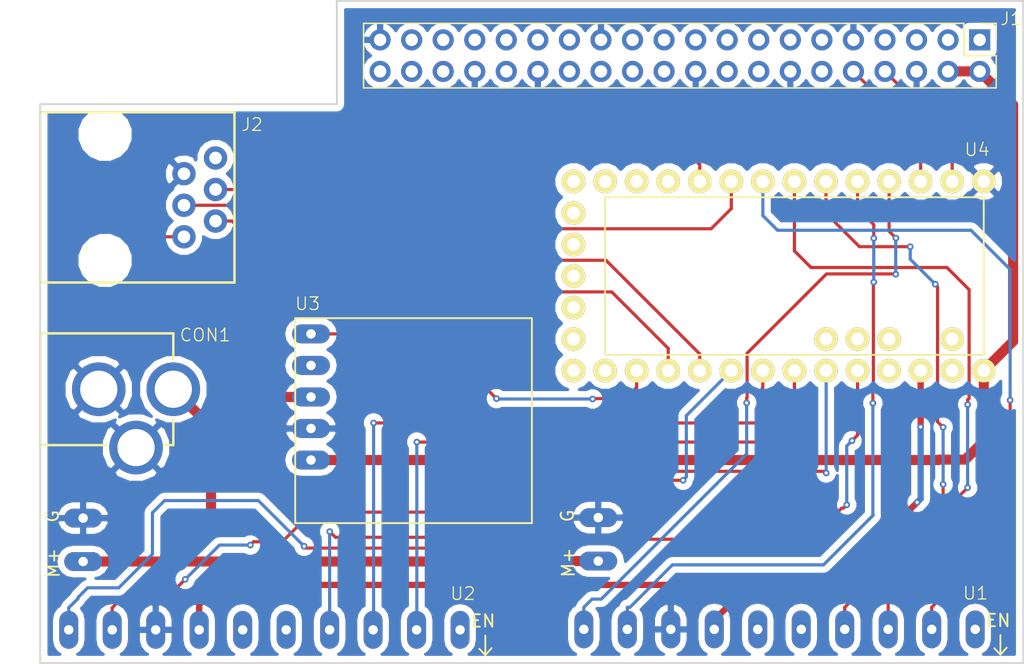
<source format=kicad_pcb>
(kicad_pcb (version 4) (host pcbnew 4.0.7-e2-6376~60~ubuntu17.10.1)

  (general
    (links 41)
    (no_connects 0)
    (area 108.6741 53.026489 191.210001 110.3819)
    (thickness 1.6)
    (drawings 7)
    (tracks 236)
    (zones 0)
    (modules 7)
    (nets 75)
  )

  (page USLetter)
  (title_block
    (title "SSTEQ25 Driver")
    (date 2018-03-01)
    (rev v0.0.2)
    (company "StarSync Trackers")
  )

  (layers
    (0 F.Cu signal)
    (31 B.Cu signal)
    (32 B.Adhes user)
    (33 F.Adhes user)
    (34 B.Paste user)
    (35 F.Paste user)
    (36 B.SilkS user)
    (37 F.SilkS user)
    (38 B.Mask user)
    (39 F.Mask user)
    (40 Dwgs.User user)
    (41 Cmts.User user)
    (42 Eco1.User user)
    (43 Eco2.User user)
    (44 Edge.Cuts user)
    (45 Margin user)
    (46 B.CrtYd user)
    (47 F.CrtYd user)
    (48 B.Fab user)
    (49 F.Fab user hide)
  )

  (setup
    (last_trace_width 0.254)
    (user_trace_width 0.254)
    (user_trace_width 0.508)
    (user_trace_width 0.8128)
    (trace_clearance 0.1016)
    (zone_clearance 0.508)
    (zone_45_only no)
    (trace_min 0.254)
    (segment_width 0.2)
    (edge_width 0.15)
    (via_size 0.5334)
    (via_drill 0.254)
    (via_min_size 0.5334)
    (via_min_drill 0.254)
    (user_via 0.5334 0.254)
    (user_via 0.5334 0.254)
    (user_via 0.5334 0.254)
    (uvia_size 0.508)
    (uvia_drill 0.127)
    (uvias_allowed no)
    (uvia_min_size 0.381)
    (uvia_min_drill 0.127)
    (pcb_text_width 0.3)
    (pcb_text_size 1.5 1.5)
    (mod_edge_width 0.15)
    (mod_text_size 1 1)
    (mod_text_width 0.15)
    (pad_size 1.524 1.524)
    (pad_drill 0.762)
    (pad_to_mask_clearance 0.2)
    (aux_axis_origin 0 0)
    (visible_elements FFFFFF7F)
    (pcbplotparams
      (layerselection 0x010fc_80000001)
      (usegerberextensions false)
      (excludeedgelayer true)
      (linewidth 0.100000)
      (plotframeref false)
      (viasonmask false)
      (mode 1)
      (useauxorigin false)
      (hpglpennumber 1)
      (hpglpenspeed 20)
      (hpglpendiameter 15)
      (hpglpenoverlay 2)
      (psnegative false)
      (psa4output false)
      (plotreference true)
      (plotvalue true)
      (plotinvisibletext false)
      (padsonsilk false)
      (subtractmaskfromsilk false)
      (outputformat 1)
      (mirror false)
      (drillshape 0)
      (scaleselection 1)
      (outputdirectory gerbers/))
  )

  (net 0 "")
  (net 1 VDC)
  (net 2 GND)
  (net 3 "Net-(J2-Pad1)")
  (net 4 AG_RA-X)
  (net 5 AG_DEC-Y)
  (net 6 AG_DEC+Y)
  (net 7 AG_RA+X)
  (net 8 "Net-(U1-Pad6)")
  (net 9 +3V3)
  (net 10 RA_STEP)
  (net 11 RA_DIR)
  (net 12 "Net-(U1-Pad5)")
  (net 13 RA_MS3)
  (net 14 RA_MS2)
  (net 15 RA_MS1)
  (net 16 "Net-(U1-Pad1)")
  (net 17 "Net-(U2-Pad6)")
  (net 18 DEC_STEP)
  (net 19 DEC_DIR)
  (net 20 "Net-(U2-Pad5)")
  (net 21 DEC_MS3)
  (net 22 DEC_MS2)
  (net 23 DEC_MS1)
  (net 24 "Net-(U2-Pad1)")
  (net 25 PG)
  (net 26 "Net-(U3-Pad2)")
  (net 27 +5V)
  (net 28 "Net-(U4-Pad36)")
  (net 29 "Net-(U4-Pad35)")
  (net 30 "Net-(U4-Pad34)")
  (net 31 "Net-(U4-Pad33)")
  (net 32 "Net-(U4-Pad32)")
  (net 33 "Net-(U4-Pad31)")
  (net 34 "Net-(U4-Pad30)")
  (net 35 "Net-(U4-Pad29)")
  (net 36 "Net-(U4-Pad28)")
  (net 37 RPI_TX)
  (net 38 RPI_RX)
  (net 39 "Net-(U4-Pad9)")
  (net 40 "Net-(U4-Pad10)")
  (net 41 "Net-(U4-Pad11)")
  (net 42 "Net-(U4-Pad12)")
  (net 43 "Net-(U4-Pad13)")
  (net 44 "Net-(U4-Pad14)")
  (net 45 "Net-(U4-Pad23)")
  (net 46 "Net-(U4-Pad25)")
  (net 47 "Net-(J1-Pad1)")
  (net 48 "Net-(J1-Pad3)")
  (net 49 "Net-(J1-Pad5)")
  (net 50 "Net-(J1-Pad7)")
  (net 51 "Net-(J1-Pad11)")
  (net 52 "Net-(J1-Pad12)")
  (net 53 "Net-(J1-Pad13)")
  (net 54 "Net-(J1-Pad15)")
  (net 55 "Net-(J1-Pad16)")
  (net 56 "Net-(J1-Pad17)")
  (net 57 "Net-(J1-Pad18)")
  (net 58 "Net-(J1-Pad19)")
  (net 59 "Net-(J1-Pad21)")
  (net 60 "Net-(J1-Pad22)")
  (net 61 "Net-(J1-Pad23)")
  (net 62 "Net-(J1-Pad24)")
  (net 63 "Net-(J1-Pad26)")
  (net 64 "Net-(J1-Pad27)")
  (net 65 "Net-(J1-Pad28)")
  (net 66 "Net-(J1-Pad29)")
  (net 67 "Net-(J1-Pad31)")
  (net 68 "Net-(J1-Pad32)")
  (net 69 "Net-(J1-Pad33)")
  (net 70 "Net-(J1-Pad35)")
  (net 71 "Net-(J1-Pad36)")
  (net 72 "Net-(J1-Pad37)")
  (net 73 "Net-(J1-Pad38)")
  (net 74 "Net-(J1-Pad40)")

  (net_class Default "This is the default net class."
    (clearance 0.1016)
    (trace_width 0.254)
    (via_dia 0.5334)
    (via_drill 0.254)
    (uvia_dia 0.508)
    (uvia_drill 0.127)
    (add_net +3V3)
    (add_net +5V)
    (add_net AG_DEC+Y)
    (add_net AG_DEC-Y)
    (add_net AG_RA+X)
    (add_net AG_RA-X)
    (add_net DEC_DIR)
    (add_net DEC_MS1)
    (add_net DEC_MS2)
    (add_net DEC_MS3)
    (add_net DEC_STEP)
    (add_net GND)
    (add_net "Net-(J1-Pad1)")
    (add_net "Net-(J1-Pad11)")
    (add_net "Net-(J1-Pad12)")
    (add_net "Net-(J1-Pad13)")
    (add_net "Net-(J1-Pad15)")
    (add_net "Net-(J1-Pad16)")
    (add_net "Net-(J1-Pad17)")
    (add_net "Net-(J1-Pad18)")
    (add_net "Net-(J1-Pad19)")
    (add_net "Net-(J1-Pad21)")
    (add_net "Net-(J1-Pad22)")
    (add_net "Net-(J1-Pad23)")
    (add_net "Net-(J1-Pad24)")
    (add_net "Net-(J1-Pad26)")
    (add_net "Net-(J1-Pad27)")
    (add_net "Net-(J1-Pad28)")
    (add_net "Net-(J1-Pad29)")
    (add_net "Net-(J1-Pad3)")
    (add_net "Net-(J1-Pad31)")
    (add_net "Net-(J1-Pad32)")
    (add_net "Net-(J1-Pad33)")
    (add_net "Net-(J1-Pad35)")
    (add_net "Net-(J1-Pad36)")
    (add_net "Net-(J1-Pad37)")
    (add_net "Net-(J1-Pad38)")
    (add_net "Net-(J1-Pad40)")
    (add_net "Net-(J1-Pad5)")
    (add_net "Net-(J1-Pad7)")
    (add_net "Net-(J2-Pad1)")
    (add_net "Net-(U1-Pad1)")
    (add_net "Net-(U1-Pad5)")
    (add_net "Net-(U1-Pad6)")
    (add_net "Net-(U2-Pad1)")
    (add_net "Net-(U2-Pad5)")
    (add_net "Net-(U2-Pad6)")
    (add_net "Net-(U3-Pad2)")
    (add_net "Net-(U4-Pad10)")
    (add_net "Net-(U4-Pad11)")
    (add_net "Net-(U4-Pad12)")
    (add_net "Net-(U4-Pad13)")
    (add_net "Net-(U4-Pad14)")
    (add_net "Net-(U4-Pad23)")
    (add_net "Net-(U4-Pad25)")
    (add_net "Net-(U4-Pad28)")
    (add_net "Net-(U4-Pad29)")
    (add_net "Net-(U4-Pad30)")
    (add_net "Net-(U4-Pad31)")
    (add_net "Net-(U4-Pad32)")
    (add_net "Net-(U4-Pad33)")
    (add_net "Net-(U4-Pad34)")
    (add_net "Net-(U4-Pad35)")
    (add_net "Net-(U4-Pad36)")
    (add_net "Net-(U4-Pad9)")
    (add_net PG)
    (add_net RA_DIR)
    (add_net RA_MS1)
    (add_net RA_MS2)
    (add_net RA_MS3)
    (add_net RA_STEP)
    (add_net RPI_RX)
    (add_net RPI_TX)
    (add_net VDC)
  )

  (module isadore_custom_footprints:POWER_JACK_PTH (layer F.Cu) (tedit 5A98D505) (tstamp 5A8CCDB4)
    (at 109.0257 86.5251 270)
    (path /5A0B308D)
    (fp_text reference CON1 (at -3.7719 -14.1389 360) (layer F.SilkS)
      (effects (font (size 1.016 1.016) (thickness 0.1016)) (justify left bottom))
    )
    (fp_text value BARREL_JACK (at -3.81 -3.81 270) (layer F.SilkS) hide
      (effects (font (size 0.38608 0.38608) (thickness 0.032512)) (justify left bottom))
    )
    (fp_line (start 4.5 -13.7) (end 2.4 -13.7) (layer F.SilkS) (width 0.2032))
    (fp_line (start -4.5 -3) (end -4.5 -0.1) (layer Dwgs.User) (width 0.2032))
    (fp_line (start 4.5 -0.1) (end 4.5 -3) (layer Dwgs.User) (width 0.2032))
    (fp_line (start 4.5 -0.1) (end -4.5 -0.1) (layer Dwgs.User) (width 0.2032))
    (fp_line (start 4.5 -3) (end 4.5 -8.3) (layer F.SilkS) (width 0.2032))
    (fp_line (start 4.5 -13.7) (end 4.5 -13) (layer F.SilkS) (width 0.2032))
    (fp_line (start -4.5 -3) (end -4.5 -13.7) (layer F.SilkS) (width 0.2032))
    (fp_line (start -4.5 -13.7) (end -2.4 -13.7) (layer F.SilkS) (width 0.2032))
    (fp_line (start -4.5 -3) (end 4.5 -3) (layer F.SilkS) (width 0.2032))
    (pad 1 thru_hole circle (at 0 -13.7 270) (size 4.318 4.318) (drill 2.9972) (layers *.Cu *.Mask)
      (net 1 VDC))
    (pad 3 thru_hole circle (at 0 -7.7 270) (size 4.318 4.318) (drill 2.9972) (layers *.Cu *.Mask)
      (net 2 GND))
    (pad 2 thru_hole circle (at 4.7 -10.7) (size 4.318 4.318) (drill 2.9972) (layers *.Cu *.Mask)
      (net 2 GND))
  )

  (module SparkFun-Connectors:RJ11-6 (layer F.Cu) (tedit 5A98D4B4) (tstamp 5A8CCDC0)
    (at 117.2337 71.0692 270)
    (descr "<h3>RJ11 6-Pin Socket with PCB Mounting Post</h3>\n<p>Specifications:\n<ul><li>Pin count: 6</li>\n</ul></p>\n<p><a href=”https://www.sparkfun.com/datasheets/Prototyping/Connectors/RJ11-Datasheet.pdf”>Datasheet referenced for footprint</a></p>\n<p>Example device(s):\n<ul><li>RJ11-6</li>\n</ul></p>")
    (path /5A0B413A)
    (fp_text reference J2 (at -5.26796 -10.89406 360) (layer F.SilkS)
      (effects (font (size 1.016 1.016) (thickness 0.1016)) (justify left bottom))
    )
    (fp_text value RJ12 (at -1.651 2.794 270) (layer F.SilkS) hide
      (effects (font (size 0.57912 0.57912) (thickness 0.12192)) (justify left bottom))
    )
    (fp_line (start 6.858 5.207) (end 6.858 -10.414) (layer F.SilkS) (width 0.2032))
    (fp_line (start 6.858 -10.414) (end -6.858 -10.414) (layer F.SilkS) (width 0.2032))
    (fp_line (start -6.858 -10.414) (end -6.858 5.207) (layer F.SilkS) (width 0.2032))
    (fp_line (start 6.858 5.207) (end -6.858 5.207) (layer F.SilkS) (width 0.2032))
    (fp_line (start -6.858 5.207) (end -6.858 8.128) (layer Dwgs.User) (width 0.2032))
    (fp_line (start -6.858 8.128) (end 6.858 8.128) (layer Dwgs.User) (width 0.2032))
    (fp_line (start 6.858 8.128) (end 6.858 5.207) (layer Dwgs.User) (width 0.2032))
    (pad 1 thru_hole circle (at -3.175 -8.89 270) (size 1.8796 1.8796) (drill 1.016) (layers *.Cu *.Mask)
      (net 3 "Net-(J2-Pad1)"))
    (pad 2 thru_hole circle (at -1.905 -6.35 270) (size 1.8796 1.8796) (drill 1.016) (layers *.Cu *.Mask)
      (net 2 GND))
    (pad 3 thru_hole circle (at -0.635 -8.89 270) (size 1.8796 1.8796) (drill 1.016) (layers *.Cu *.Mask)
      (net 4 AG_RA-X))
    (pad 4 thru_hole circle (at 0.635 -6.35 270) (size 1.8796 1.8796) (drill 1.016) (layers *.Cu *.Mask)
      (net 5 AG_DEC-Y))
    (pad 5 thru_hole circle (at 1.905 -8.89 270) (size 1.8796 1.8796) (drill 1.016) (layers *.Cu *.Mask)
      (net 6 AG_DEC+Y))
    (pad 6 thru_hole circle (at 3.175 -6.35 270) (size 1.8796 1.8796) (drill 1.016) (layers *.Cu *.Mask)
      (net 7 AG_RA+X))
    (pad "" np_thru_hole circle (at -5.08 0 270) (size 3.2512 3.2512) (drill 3.2512) (layers *.Cu))
    (pad "" np_thru_hole circle (at 5.08 0 270) (size 3.2512 3.2512) (drill 3.2512) (layers *.Cu))
  )

  (module isadore_custom_footprints:pololu_D24V22F5 (layer F.Cu) (tedit 5A98D55E) (tstamp 5A8CCDED)
    (at 133.8072 87.1474 270)
    (path /5A0B3864)
    (fp_text reference U3 (at -7.51332 0.26924 360) (layer F.SilkS)
      (effects (font (size 1.016 1.016) (thickness 0.1016)))
    )
    (fp_text value pololu_D24V22F5 (at 0 2.54 270) (layer F.Fab)
      (effects (font (size 1 1) (thickness 0.15)))
    )
    (fp_line (start 10.16 1.27) (end -6.35 1.27) (layer F.SilkS) (width 0.15))
    (fp_line (start 10.16 -17.78) (end 10.16 1.27) (layer F.SilkS) (width 0.15))
    (fp_line (start -6.35 -17.78) (end 10.16 -17.78) (layer F.SilkS) (width 0.15))
    (fp_line (start -6.35 1.27) (end -6.35 -17.78) (layer F.SilkS) (width 0.15))
    (pad 1 thru_hole oval (at -5.08 0 270) (size 1.524 3.048) (drill 0.762) (layers *.Cu *.Mask)
      (net 25 PG))
    (pad 2 thru_hole oval (at -2.54 0 270) (size 1.524 3.048) (drill 0.762) (layers *.Cu *.Mask)
      (net 26 "Net-(U3-Pad2)"))
    (pad 3 thru_hole oval (at 0 0 270) (size 1.524 3.048) (drill 0.762) (layers *.Cu *.Mask)
      (net 1 VDC))
    (pad 4 thru_hole oval (at 2.54 0 270) (size 1.524 3.048) (drill 0.762) (layers *.Cu *.Mask)
      (net 2 GND))
    (pad 5 thru_hole oval (at 5.08 0 270) (size 1.524 3.048) (drill 0.762) (layers *.Cu *.Mask)
      (net 27 +5V))
  )

  (module custom_footprints:Teensy-3.1 (layer F.Cu) (tedit 5A98D587) (tstamp 5A8CCE16)
    (at 185.42 69.7865 180)
    (path /5A0B2F22)
    (fp_text reference U4 (at -2.00152 2.56286 180) (layer F.SilkS)
      (effects (font (size 1.016 1.016) (thickness 0.1016)))
    )
    (fp_text value Teensy_3.1 (at 5.08 -10.16 180) (layer F.Fab)
      (effects (font (size 1.5 1.5) (thickness 0.15)))
    )
    (fp_line (start 27.94 -2.54) (end 27.94 -1.27) (layer F.SilkS) (width 0.15))
    (fp_line (start 27.94 -1.27) (end -2.54 -1.27) (layer F.SilkS) (width 0.15))
    (fp_line (start -2.54 -1.27) (end -2.54 -2.54) (layer F.SilkS) (width 0.15))
    (fp_line (start -2.54 -12.7) (end -2.54 -13.97) (layer F.SilkS) (width 0.15))
    (fp_line (start -2.54 -13.97) (end 27.94 -13.97) (layer F.SilkS) (width 0.15))
    (fp_line (start 27.94 -13.97) (end 27.94 -12.7) (layer F.SilkS) (width 0.15))
    (fp_line (start 27.94 -12.7) (end 27.94 -2.54) (layer F.SilkS) (width 0.15))
    (fp_line (start -2.54 -2.54) (end -2.54 -12.7) (layer F.SilkS) (width 0.15))
    (pad 36 thru_hole circle (at 10.16 -12.7 180) (size 1.9 1.9) (drill 1.016) (layers *.Cu *.Mask F.SilkS)
      (net 28 "Net-(U4-Pad36)"))
    (pad 35 thru_hole circle (at 7.62 -12.7 180) (size 1.9 1.9) (drill 1.016) (layers *.Cu *.Mask F.SilkS)
      (net 29 "Net-(U4-Pad35)"))
    (pad 34 thru_hole circle (at 5.08 -12.7 180) (size 1.9 1.9) (drill 1.016) (layers *.Cu *.Mask F.SilkS)
      (net 30 "Net-(U4-Pad34)"))
    (pad 33 thru_hole circle (at 0 -12.7 180) (size 1.9 1.9) (drill 1.016) (layers *.Cu *.Mask F.SilkS)
      (net 31 "Net-(U4-Pad33)"))
    (pad 32 thru_hole circle (at 30.48 -2.54 180) (size 1.9 1.9) (drill 1.016) (layers *.Cu *.Mask F.SilkS)
      (net 32 "Net-(U4-Pad32)"))
    (pad 31 thru_hole circle (at 30.48 -5.08 180) (size 1.9 1.9) (drill 1.016) (layers *.Cu *.Mask F.SilkS)
      (net 33 "Net-(U4-Pad31)"))
    (pad 30 thru_hole circle (at 30.48 -7.62 180) (size 1.9 1.9) (drill 1.016) (layers *.Cu *.Mask F.SilkS)
      (net 34 "Net-(U4-Pad30)"))
    (pad 29 thru_hole circle (at 30.48 -10.16 180) (size 1.9 1.9) (drill 1.016) (layers *.Cu *.Mask F.SilkS)
      (net 35 "Net-(U4-Pad29)"))
    (pad 28 thru_hole circle (at 30.48 -12.7 180) (size 1.9 1.9) (drill 1.016) (layers *.Cu *.Mask F.SilkS)
      (net 36 "Net-(U4-Pad28)"))
    (pad 0 thru_hole circle (at 0 0 180) (size 1.9 1.9) (drill 1.016) (layers *.Cu *.Mask F.SilkS)
      (net 37 RPI_TX))
    (pad 1 thru_hole circle (at 2.54 0 180) (size 1.9 1.9) (drill 1.016) (layers *.Cu *.Mask F.SilkS)
      (net 38 RPI_RX))
    (pad 2 thru_hole circle (at 5.08 0 180) (size 1.9 1.9) (drill 1.016) (layers *.Cu *.Mask F.SilkS)
      (net 11 RA_DIR))
    (pad 3 thru_hole circle (at 7.62 0 180) (size 1.9 1.9) (drill 1.016) (layers *.Cu *.Mask F.SilkS)
      (net 10 RA_STEP))
    (pad 4 thru_hole circle (at 10.16 0 180) (size 1.9 1.9) (drill 1.016) (layers *.Cu *.Mask F.SilkS)
      (net 13 RA_MS3))
    (pad 5 thru_hole circle (at 12.7 0 180) (size 1.9 1.9) (drill 1.016) (layers *.Cu *.Mask F.SilkS)
      (net 14 RA_MS2))
    (pad 6 thru_hole circle (at 15.24 0 180) (size 1.9 1.9) (drill 1.016) (layers *.Cu *.Mask F.SilkS)
      (net 15 RA_MS1))
    (pad 7 thru_hole circle (at 17.78 0 180) (size 1.9 1.9) (drill 1.016) (layers *.Cu *.Mask F.SilkS)
      (net 4 AG_RA-X))
    (pad 8 thru_hole circle (at 20.32 0 180) (size 1.9 1.9) (drill 1.016) (layers *.Cu *.Mask F.SilkS)
      (net 7 AG_RA+X))
    (pad 9 thru_hole circle (at 22.86 0 180) (size 1.9 1.9) (drill 1.016) (layers *.Cu *.Mask F.SilkS)
      (net 39 "Net-(U4-Pad9)"))
    (pad 10 thru_hole circle (at 25.4 0 180) (size 1.9 1.9) (drill 1.016) (layers *.Cu *.Mask F.SilkS)
      (net 40 "Net-(U4-Pad10)"))
    (pad 11 thru_hole circle (at 27.94 0 180) (size 1.9 1.9) (drill 1.016) (layers *.Cu *.Mask F.SilkS)
      (net 41 "Net-(U4-Pad11)"))
    (pad 12 thru_hole circle (at 30.48 0 180) (size 1.9 1.9) (drill 1.016) (layers *.Cu *.Mask F.SilkS)
      (net 42 "Net-(U4-Pad12)"))
    (pad 13 thru_hole circle (at 30.48 -15.24 180) (size 1.9 1.9) (drill 1.016) (layers *.Cu *.Mask F.SilkS)
      (net 43 "Net-(U4-Pad13)"))
    (pad 14 thru_hole circle (at 27.94 -15.24 180) (size 1.9 1.9) (drill 1.016) (layers *.Cu *.Mask F.SilkS)
      (net 44 "Net-(U4-Pad14)"))
    (pad 15 thru_hole circle (at 25.4 -15.24 180) (size 1.9 1.9) (drill 1.016) (layers *.Cu *.Mask F.SilkS)
      (net 25 PG))
    (pad 16 thru_hole circle (at 22.86 -15.24 180) (size 1.9 1.9) (drill 1.016) (layers *.Cu *.Mask F.SilkS)
      (net 6 AG_DEC+Y))
    (pad 17 thru_hole circle (at 20.32 -15.24 180) (size 1.9 1.9) (drill 1.016) (layers *.Cu *.Mask F.SilkS)
      (net 5 AG_DEC-Y))
    (pad 18 thru_hole circle (at 17.78 -15.24 180) (size 1.9 1.9) (drill 1.016) (layers *.Cu *.Mask F.SilkS)
      (net 21 DEC_MS3))
    (pad 19 thru_hole circle (at 15.24 -15.24 180) (size 1.9 1.9) (drill 1.016) (layers *.Cu *.Mask F.SilkS)
      (net 22 DEC_MS2))
    (pad 20 thru_hole circle (at 12.7 -15.24 180) (size 1.9 1.9) (drill 1.016) (layers *.Cu *.Mask F.SilkS)
      (net 23 DEC_MS1))
    (pad 21 thru_hole circle (at 10.16 -15.24 180) (size 1.9 1.9) (drill 1.016) (layers *.Cu *.Mask F.SilkS)
      (net 18 DEC_STEP))
    (pad 22 thru_hole circle (at 7.62 -15.24 180) (size 1.9 1.9) (drill 1.016) (layers *.Cu *.Mask F.SilkS)
      (net 19 DEC_DIR))
    (pad 23 thru_hole circle (at 5.08 -15.24 180) (size 1.9 1.9) (drill 1.016) (layers *.Cu *.Mask F.SilkS)
      (net 45 "Net-(U4-Pad23)"))
    (pad 24 thru_hole circle (at 2.54 -15.24 180) (size 1.9 1.9) (drill 1.016) (layers *.Cu *.Mask F.SilkS)
      (net 9 +3V3))
    (pad 25 thru_hole circle (at 0 -15.24 180) (size 1.9 1.9) (drill 1.016) (layers *.Cu *.Mask F.SilkS)
      (net 46 "Net-(U4-Pad25)"))
    (pad 26 thru_hole circle (at -2.54 -15.24 180) (size 1.9 1.9) (drill 1.016) (layers *.Cu *.Mask F.SilkS)
      (net 27 +5V))
    (pad 27 thru_hole circle (at -2.54 0 180) (size 1.9 1.9) (drill 1.016) (layers *.Cu *.Mask F.SilkS)
      (net 2 GND))
  )

  (module Pin_Headers:Pin_Header_Straight_2x20_Pitch2.54mm (layer F.Cu) (tedit 5A98D595) (tstamp 5A8CCF53)
    (at 187.6298 58.3819 270)
    (descr "Through hole straight pin header, 2x20, 2.54mm pitch, double rows")
    (tags "Through hole pin header THT 2x20 2.54mm double row")
    (path /5A0B2E0B)
    (fp_text reference J1 (at -1.69926 -2.52476 360) (layer F.SilkS)
      (effects (font (size 1.016 1.016) (thickness 0.1016)))
    )
    (fp_text value Raspberry_Pi_2_3 (at 1.27 50.59 270) (layer F.Fab)
      (effects (font (size 1 1) (thickness 0.15)))
    )
    (fp_line (start 0 -1.27) (end 3.81 -1.27) (layer F.Fab) (width 0.1))
    (fp_line (start 3.81 -1.27) (end 3.81 49.53) (layer F.Fab) (width 0.1))
    (fp_line (start 3.81 49.53) (end -1.27 49.53) (layer F.Fab) (width 0.1))
    (fp_line (start -1.27 49.53) (end -1.27 0) (layer F.Fab) (width 0.1))
    (fp_line (start -1.27 0) (end 0 -1.27) (layer F.Fab) (width 0.1))
    (fp_line (start -1.33 49.59) (end 3.87 49.59) (layer F.SilkS) (width 0.12))
    (fp_line (start -1.33 1.27) (end -1.33 49.59) (layer F.SilkS) (width 0.12))
    (fp_line (start 3.87 -1.33) (end 3.87 49.59) (layer F.SilkS) (width 0.12))
    (fp_line (start -1.33 1.27) (end 1.27 1.27) (layer F.SilkS) (width 0.12))
    (fp_line (start 1.27 1.27) (end 1.27 -1.33) (layer F.SilkS) (width 0.12))
    (fp_line (start 1.27 -1.33) (end 3.87 -1.33) (layer F.SilkS) (width 0.12))
    (fp_line (start -1.33 0) (end -1.33 -1.33) (layer F.SilkS) (width 0.12))
    (fp_line (start -1.33 -1.33) (end 0 -1.33) (layer F.SilkS) (width 0.12))
    (fp_line (start -1.8 -1.8) (end -1.8 50.05) (layer F.CrtYd) (width 0.05))
    (fp_line (start -1.8 50.05) (end 4.35 50.05) (layer F.CrtYd) (width 0.05))
    (fp_line (start 4.35 50.05) (end 4.35 -1.8) (layer F.CrtYd) (width 0.05))
    (fp_line (start 4.35 -1.8) (end -1.8 -1.8) (layer F.CrtYd) (width 0.05))
    (fp_text user %R (at 1.27 24.13 360) (layer F.Fab)
      (effects (font (size 1 1) (thickness 0.15)))
    )
    (pad 1 thru_hole rect (at 0 0 270) (size 1.7 1.7) (drill 1) (layers *.Cu *.Mask)
      (net 47 "Net-(J1-Pad1)"))
    (pad 2 thru_hole oval (at 2.54 0 270) (size 1.7 1.7) (drill 1) (layers *.Cu *.Mask)
      (net 27 +5V))
    (pad 3 thru_hole oval (at 0 2.54 270) (size 1.7 1.7) (drill 1) (layers *.Cu *.Mask)
      (net 48 "Net-(J1-Pad3)"))
    (pad 4 thru_hole oval (at 2.54 2.54 270) (size 1.7 1.7) (drill 1) (layers *.Cu *.Mask)
      (net 27 +5V))
    (pad 5 thru_hole oval (at 0 5.08 270) (size 1.7 1.7) (drill 1) (layers *.Cu *.Mask)
      (net 49 "Net-(J1-Pad5)"))
    (pad 6 thru_hole oval (at 2.54 5.08 270) (size 1.7 1.7) (drill 1) (layers *.Cu *.Mask)
      (net 2 GND))
    (pad 7 thru_hole oval (at 0 7.62 270) (size 1.7 1.7) (drill 1) (layers *.Cu *.Mask)
      (net 50 "Net-(J1-Pad7)"))
    (pad 8 thru_hole oval (at 2.54 7.62 270) (size 1.7 1.7) (drill 1) (layers *.Cu *.Mask)
      (net 37 RPI_TX))
    (pad 9 thru_hole oval (at 0 10.16 270) (size 1.7 1.7) (drill 1) (layers *.Cu *.Mask)
      (net 2 GND))
    (pad 10 thru_hole oval (at 2.54 10.16 270) (size 1.7 1.7) (drill 1) (layers *.Cu *.Mask)
      (net 38 RPI_RX))
    (pad 11 thru_hole oval (at 0 12.7 270) (size 1.7 1.7) (drill 1) (layers *.Cu *.Mask)
      (net 51 "Net-(J1-Pad11)"))
    (pad 12 thru_hole oval (at 2.54 12.7 270) (size 1.7 1.7) (drill 1) (layers *.Cu *.Mask)
      (net 52 "Net-(J1-Pad12)"))
    (pad 13 thru_hole oval (at 0 15.24 270) (size 1.7 1.7) (drill 1) (layers *.Cu *.Mask)
      (net 53 "Net-(J1-Pad13)"))
    (pad 14 thru_hole oval (at 2.54 15.24 270) (size 1.7 1.7) (drill 1) (layers *.Cu *.Mask)
      (net 2 GND))
    (pad 15 thru_hole oval (at 0 17.78 270) (size 1.7 1.7) (drill 1) (layers *.Cu *.Mask)
      (net 54 "Net-(J1-Pad15)"))
    (pad 16 thru_hole oval (at 2.54 17.78 270) (size 1.7 1.7) (drill 1) (layers *.Cu *.Mask)
      (net 55 "Net-(J1-Pad16)"))
    (pad 17 thru_hole oval (at 0 20.32 270) (size 1.7 1.7) (drill 1) (layers *.Cu *.Mask)
      (net 56 "Net-(J1-Pad17)"))
    (pad 18 thru_hole oval (at 2.54 20.32 270) (size 1.7 1.7) (drill 1) (layers *.Cu *.Mask)
      (net 57 "Net-(J1-Pad18)"))
    (pad 19 thru_hole oval (at 0 22.86 270) (size 1.7 1.7) (drill 1) (layers *.Cu *.Mask)
      (net 58 "Net-(J1-Pad19)"))
    (pad 20 thru_hole oval (at 2.54 22.86 270) (size 1.7 1.7) (drill 1) (layers *.Cu *.Mask)
      (net 2 GND))
    (pad 21 thru_hole oval (at 0 25.4 270) (size 1.7 1.7) (drill 1) (layers *.Cu *.Mask)
      (net 59 "Net-(J1-Pad21)"))
    (pad 22 thru_hole oval (at 2.54 25.4 270) (size 1.7 1.7) (drill 1) (layers *.Cu *.Mask)
      (net 60 "Net-(J1-Pad22)"))
    (pad 23 thru_hole oval (at 0 27.94 270) (size 1.7 1.7) (drill 1) (layers *.Cu *.Mask)
      (net 61 "Net-(J1-Pad23)"))
    (pad 24 thru_hole oval (at 2.54 27.94 270) (size 1.7 1.7) (drill 1) (layers *.Cu *.Mask)
      (net 62 "Net-(J1-Pad24)"))
    (pad 25 thru_hole oval (at 0 30.48 270) (size 1.7 1.7) (drill 1) (layers *.Cu *.Mask)
      (net 2 GND))
    (pad 26 thru_hole oval (at 2.54 30.48 270) (size 1.7 1.7) (drill 1) (layers *.Cu *.Mask)
      (net 63 "Net-(J1-Pad26)"))
    (pad 27 thru_hole oval (at 0 33.02 270) (size 1.7 1.7) (drill 1) (layers *.Cu *.Mask)
      (net 64 "Net-(J1-Pad27)"))
    (pad 28 thru_hole oval (at 2.54 33.02 270) (size 1.7 1.7) (drill 1) (layers *.Cu *.Mask)
      (net 65 "Net-(J1-Pad28)"))
    (pad 29 thru_hole oval (at 0 35.56 270) (size 1.7 1.7) (drill 1) (layers *.Cu *.Mask)
      (net 66 "Net-(J1-Pad29)"))
    (pad 30 thru_hole oval (at 2.54 35.56 270) (size 1.7 1.7) (drill 1) (layers *.Cu *.Mask)
      (net 2 GND))
    (pad 31 thru_hole oval (at 0 38.1 270) (size 1.7 1.7) (drill 1) (layers *.Cu *.Mask)
      (net 67 "Net-(J1-Pad31)"))
    (pad 32 thru_hole oval (at 2.54 38.1 270) (size 1.7 1.7) (drill 1) (layers *.Cu *.Mask)
      (net 68 "Net-(J1-Pad32)"))
    (pad 33 thru_hole oval (at 0 40.64 270) (size 1.7 1.7) (drill 1) (layers *.Cu *.Mask)
      (net 69 "Net-(J1-Pad33)"))
    (pad 34 thru_hole oval (at 2.54 40.64 270) (size 1.7 1.7) (drill 1) (layers *.Cu *.Mask)
      (net 2 GND))
    (pad 35 thru_hole oval (at 0 43.18 270) (size 1.7 1.7) (drill 1) (layers *.Cu *.Mask)
      (net 70 "Net-(J1-Pad35)"))
    (pad 36 thru_hole oval (at 2.54 43.18 270) (size 1.7 1.7) (drill 1) (layers *.Cu *.Mask)
      (net 71 "Net-(J1-Pad36)"))
    (pad 37 thru_hole oval (at 0 45.72 270) (size 1.7 1.7) (drill 1) (layers *.Cu *.Mask)
      (net 72 "Net-(J1-Pad37)"))
    (pad 38 thru_hole oval (at 2.54 45.72 270) (size 1.7 1.7) (drill 1) (layers *.Cu *.Mask)
      (net 73 "Net-(J1-Pad38)"))
    (pad 39 thru_hole oval (at 0 48.26 270) (size 1.7 1.7) (drill 1) (layers *.Cu *.Mask)
      (net 2 GND))
    (pad 40 thru_hole oval (at 2.54 48.26 270) (size 1.7 1.7) (drill 1) (layers *.Cu *.Mask)
      (net 74 "Net-(J1-Pad40)"))
    (model ${KISYS3DMOD}/Pin_Headers.3dshapes/Pin_Header_Straight_2x20_Pitch2.54mm.wrl
      (at (xyz 0 0 0))
      (scale (xyz 1 1 1))
      (rotate (xyz 0 0 0))
    )
  )

  (module isadore_custom_footprints:bigeasy_front3.5 (layer F.Cu) (tedit 5A98D545) (tstamp 5A8CEEFD)
    (at 171.519 105.8672 180)
    (path /5A0B38CB)
    (fp_text reference U1 (at -15.77552 2.91084 180) (layer F.SilkS)
      (effects (font (size 1.016 1.016) (thickness 0.1016)))
    )
    (fp_text value SparkFun_BigEasyDriver (at -10.5 -3.5 180) (layer F.Fab)
      (effects (font (size 1 1) (thickness 0.15)))
    )
    (fp_line (start -17.78 -2.032) (end -17.2974 -1.524) (layer F.SilkS) (width 0.15))
    (fp_line (start -17.78 -2.032) (end -18.288 -1.4732) (layer F.SilkS) (width 0.15))
    (fp_line (start -17.78 -0.4572) (end -17.78 -2.032) (layer F.SilkS) (width 0.15))
    (fp_text user EN (at -17.6022 0.7112 180) (layer F.SilkS)
      (effects (font (size 1 1) (thickness 0.15)))
    )
    (fp_text user M+ (at 16.9926 5.3848 270) (layer F.SilkS)
      (effects (font (size 1 1) (thickness 0.15)))
    )
    (fp_text user G (at 17.0688 9.144 270) (layer F.SilkS)
      (effects (font (size 1 1) (thickness 0.15)))
    )
    (pad 6 thru_hole oval (at 1.75 0 180) (size 1.524 3.048) (drill 0.762) (layers *.Cu *.Mask)
      (net 8 "Net-(U1-Pad6)"))
    (pad 7 thru_hole oval (at 5.25 0 180) (size 1.524 3.048) (drill 0.762) (layers *.Cu *.Mask)
      (net 9 +3V3))
    (pad 8 thru_hole oval (at 8.75 0 180) (size 1.524 3.048) (drill 0.762) (layers *.Cu *.Mask)
      (net 2 GND))
    (pad 9 thru_hole oval (at 12.25 0 180) (size 1.524 3.048) (drill 0.762) (layers *.Cu *.Mask)
      (net 10 RA_STEP))
    (pad 10 thru_hole oval (at 15.75 0 180) (size 1.524 3.048) (drill 0.762) (layers *.Cu *.Mask)
      (net 11 RA_DIR))
    (pad 5 thru_hole oval (at -1.75 0 180) (size 1.524 3.048) (drill 0.762) (layers *.Cu *.Mask)
      (net 12 "Net-(U1-Pad5)"))
    (pad 4 thru_hole oval (at -5.25 0 180) (size 1.524 3.048) (drill 0.762) (layers *.Cu *.Mask)
      (net 13 RA_MS3))
    (pad 3 thru_hole oval (at -8.75 0 180) (size 1.524 3.048) (drill 0.762) (layers *.Cu *.Mask)
      (net 14 RA_MS2))
    (pad 2 thru_hole oval (at -12.25 0 180) (size 1.524 3.048) (drill 0.762) (layers *.Cu *.Mask)
      (net 15 RA_MS1))
    (pad 1 thru_hole oval (at -15.75 0 180) (size 1.524 3.048) (drill 0.762) (layers *.Cu *.Mask)
      (net 16 "Net-(U1-Pad1)"))
    (pad 15 thru_hole oval (at 14.59 9 270) (size 1.524 3.048) (drill 0.762) (layers *.Cu *.Mask)
      (net 2 GND))
    (pad 16 thru_hole oval (at 14.59 5.5 270) (size 1.524 3.048) (drill 0.762) (layers *.Cu *.Mask)
      (net 1 VDC))
  )

  (module isadore_custom_footprints:bigeasy_front3.5 (layer F.Cu) (tedit 5A98D52A) (tstamp 5A8CEF0D)
    (at 130.0587 105.9053 180)
    (path /5A0B3906)
    (fp_text reference U2 (at -15.97606 2.91338 180) (layer F.SilkS)
      (effects (font (size 1.016 1.016) (thickness 0.1016)))
    )
    (fp_text value SparkFun_BigEasyDriver (at -10.5 -3.5 180) (layer F.Fab)
      (effects (font (size 1 1) (thickness 0.15)))
    )
    (fp_line (start -17.78 -2.032) (end -17.2974 -1.524) (layer F.SilkS) (width 0.15))
    (fp_line (start -17.78 -2.032) (end -18.288 -1.4732) (layer F.SilkS) (width 0.15))
    (fp_line (start -17.78 -0.4572) (end -17.78 -2.032) (layer F.SilkS) (width 0.15))
    (fp_text user EN (at -17.6022 0.7112 180) (layer F.SilkS)
      (effects (font (size 1 1) (thickness 0.15)))
    )
    (fp_text user M+ (at 16.9926 5.3848 270) (layer F.SilkS)
      (effects (font (size 1 1) (thickness 0.15)))
    )
    (fp_text user G (at 17.0688 9.144 270) (layer F.SilkS)
      (effects (font (size 1 1) (thickness 0.15)))
    )
    (pad 6 thru_hole oval (at 1.75 0 180) (size 1.524 3.048) (drill 0.762) (layers *.Cu *.Mask)
      (net 17 "Net-(U2-Pad6)"))
    (pad 7 thru_hole oval (at 5.25 0 180) (size 1.524 3.048) (drill 0.762) (layers *.Cu *.Mask)
      (net 9 +3V3))
    (pad 8 thru_hole oval (at 8.75 0 180) (size 1.524 3.048) (drill 0.762) (layers *.Cu *.Mask)
      (net 2 GND))
    (pad 9 thru_hole oval (at 12.25 0 180) (size 1.524 3.048) (drill 0.762) (layers *.Cu *.Mask)
      (net 18 DEC_STEP))
    (pad 10 thru_hole oval (at 15.75 0 180) (size 1.524 3.048) (drill 0.762) (layers *.Cu *.Mask)
      (net 19 DEC_DIR))
    (pad 5 thru_hole oval (at -1.75 0 180) (size 1.524 3.048) (drill 0.762) (layers *.Cu *.Mask)
      (net 20 "Net-(U2-Pad5)"))
    (pad 4 thru_hole oval (at -5.25 0 180) (size 1.524 3.048) (drill 0.762) (layers *.Cu *.Mask)
      (net 21 DEC_MS3))
    (pad 3 thru_hole oval (at -8.75 0 180) (size 1.524 3.048) (drill 0.762) (layers *.Cu *.Mask)
      (net 22 DEC_MS2))
    (pad 2 thru_hole oval (at -12.25 0 180) (size 1.524 3.048) (drill 0.762) (layers *.Cu *.Mask)
      (net 23 DEC_MS1))
    (pad 1 thru_hole oval (at -15.75 0 180) (size 1.524 3.048) (drill 0.762) (layers *.Cu *.Mask)
      (net 24 "Net-(U2-Pad1)"))
    (pad 15 thru_hole oval (at 14.59 9 270) (size 1.524 3.048) (drill 0.762) (layers *.Cu *.Mask)
      (net 2 GND))
    (pad 16 thru_hole oval (at 14.59 5.5 270) (size 1.524 3.048) (drill 0.762) (layers *.Cu *.Mask)
      (net 1 VDC))
  )

  (gr_line (start 135.89 63.5635) (end 112.014 63.5635) (layer Edge.Cuts) (width 0.15))
  (gr_line (start 135.89 55.245) (end 135.89 63.5635) (layer Edge.Cuts) (width 0.15))
  (gr_line (start 191.135 55.245) (end 135.89 55.245) (layer Edge.Cuts) (width 0.15))
  (gr_line (start 191.135 108.585) (end 191.135 55.245) (layer Edge.Cuts) (width 0.15))
  (gr_line (start 112.014 108.585) (end 191.135 108.585) (layer Edge.Cuts) (width 0.15))
  (gr_line (start 112.014 107.95) (end 112.014 108.585) (layer Edge.Cuts) (width 0.15))
  (gr_line (start 112.014 63.5635) (end 112.014 107.95) (layer Edge.Cuts) (width 0.15))

  (segment (start 156.929 100.3672) (end 154.5922 100.3672) (width 0.8128) (layer F.Cu) (net 1))
  (segment (start 154.5922 100.3672) (end 154.56082 100.39858) (width 0.8128) (layer F.Cu) (net 1))
  (segment (start 154.56082 100.39858) (end 122.29338 100.39858) (width 0.8128) (layer F.Cu) (net 1))
  (segment (start 133.8072 87.1474) (end 127.32512 87.1474) (width 0.8128) (layer F.Cu) (net 1))
  (segment (start 127.32512 87.1474) (end 125.76048 88.71204) (width 0.8128) (layer F.Cu) (net 1))
  (segment (start 115.4687 100.4053) (end 116.2307 100.4053) (width 0.8128) (layer F.Cu) (net 1))
  (segment (start 116.2307 100.4053) (end 116.23742 100.39858) (width 0.8128) (layer F.Cu) (net 1))
  (segment (start 116.23742 100.39858) (end 122.29338 100.39858) (width 0.8128) (layer F.Cu) (net 1))
  (segment (start 122.29338 100.39858) (end 125.76048 96.93148) (width 0.8128) (layer F.Cu) (net 1))
  (segment (start 125.76048 96.93148) (end 125.76048 88.71204) (width 0.8128) (layer F.Cu) (net 1))
  (segment (start 124.91264 88.71204) (end 122.7257 86.5251) (width 0.8128) (layer F.Cu) (net 1))
  (segment (start 125.76048 88.71204) (end 124.91264 88.71204) (width 0.8128) (layer F.Cu) (net 1))
  (segment (start 116.7257 86.5251) (end 116.7257 88.2251) (width 0.8128) (layer B.Cu) (net 2))
  (segment (start 126.1237 70.4342) (end 150.5966 70.4342) (width 0.254) (layer F.Cu) (net 4))
  (segment (start 153.76144 73.59904) (end 166.0144 73.59904) (width 0.254) (layer F.Cu) (net 4))
  (segment (start 150.5966 70.4342) (end 153.76144 73.59904) (width 0.254) (layer F.Cu) (net 4))
  (segment (start 166.0144 73.59904) (end 167.64 71.97344) (width 0.254) (layer F.Cu) (net 4))
  (segment (start 167.64 71.97344) (end 167.64 69.7865) (width 0.254) (layer F.Cu) (net 4))
  (segment (start 165.1 85.0265) (end 165.1 83.682998) (width 0.254) (layer F.Cu) (net 5))
  (segment (start 165.1 83.682998) (end 157.550962 76.13396) (width 0.254) (layer F.Cu) (net 5))
  (segment (start 157.550962 76.13396) (end 148.48332 76.13396) (width 0.254) (layer F.Cu) (net 5))
  (segment (start 148.48332 76.13396) (end 144.05356 71.7042) (width 0.254) (layer F.Cu) (net 5))
  (segment (start 144.05356 71.7042) (end 123.5837 71.7042) (width 0.254) (layer F.Cu) (net 5))
  (segment (start 126.1237 72.9742) (end 127.452777 72.9742) (width 0.254) (layer F.Cu) (net 6))
  (segment (start 144.81048 78.68412) (end 158.0134 78.68412) (width 0.254) (layer F.Cu) (net 6))
  (segment (start 127.452777 72.9742) (end 127.579777 73.1012) (width 0.254) (layer F.Cu) (net 6))
  (segment (start 127.579777 73.1012) (end 139.22756 73.1012) (width 0.254) (layer F.Cu) (net 6))
  (segment (start 139.22756 73.1012) (end 144.81048 78.68412) (width 0.254) (layer F.Cu) (net 6))
  (segment (start 158.0134 78.68412) (end 162.56508 83.2358) (width 0.254) (layer F.Cu) (net 6))
  (segment (start 162.56508 83.2358) (end 162.56 83.24088) (width 0.254) (layer F.Cu) (net 6))
  (segment (start 162.56 83.24088) (end 162.56 85.0265) (width 0.254) (layer F.Cu) (net 6))
  (segment (start 165.1 69.7865) (end 165.1 68.442998) (width 0.254) (layer F.Cu) (net 7))
  (segment (start 165.1 68.442998) (end 162.153442 65.49644) (width 0.254) (layer F.Cu) (net 7))
  (segment (start 162.153442 65.49644) (end 122.31624 65.49644) (width 0.254) (layer F.Cu) (net 7))
  (segment (start 122.31624 65.49644) (end 120.73128 67.0814) (width 0.254) (layer F.Cu) (net 7))
  (segment (start 120.73128 67.0814) (end 120.73128 73.26376) (width 0.254) (layer F.Cu) (net 7))
  (segment (start 120.73128 73.26376) (end 121.71172 74.2442) (width 0.254) (layer F.Cu) (net 7))
  (segment (start 121.71172 74.2442) (end 123.5837 74.2442) (width 0.254) (layer F.Cu) (net 7))
  (segment (start 175.9458 102.2858) (end 169.3672 102.2858) (width 0.508) (layer F.Cu) (net 9))
  (segment (start 169.3672 102.2858) (end 169.0884 102.2858) (width 0.508) (layer F.Cu) (net 9))
  (segment (start 124.8087 105.9053) (end 124.8087 103.8733) (width 0.508) (layer F.Cu) (net 9))
  (segment (start 124.8087 103.8733) (end 126.3962 102.2858) (width 0.508) (layer F.Cu) (net 9))
  (segment (start 126.3962 102.2858) (end 169.3672 102.2858) (width 0.508) (layer F.Cu) (net 9))
  (segment (start 169.0884 102.2858) (end 166.269 105.1052) (width 0.508) (layer F.Cu) (net 9))
  (segment (start 166.269 105.1052) (end 166.269 105.8672) (width 0.508) (layer F.Cu) (net 9))
  (segment (start 182.6006 95.631) (end 175.9458 102.2858) (width 0.508) (layer F.Cu) (net 9))
  (segment (start 182.88 89.5604) (end 182.88 95.3516) (width 0.508) (layer B.Cu) (net 9))
  (segment (start 182.88 95.3516) (end 182.6006 95.631) (width 0.508) (layer B.Cu) (net 9))
  (via (at 182.6006 95.631) (size 0.5334) (drill 0.254) (layers F.Cu B.Cu) (net 9))
  (segment (start 182.88 85.0265) (end 182.88 89.5604) (width 0.508) (layer F.Cu) (net 9))
  (via (at 182.88 89.5604) (size 0.5334) (drill 0.254) (layers F.Cu B.Cu) (net 9))
  (segment (start 179.05984 96.6724) (end 179.03444 96.647) (width 0.254) (layer B.Cu) (net 10))
  (segment (start 179.03444 96.647) (end 179.03444 87.64524) (width 0.254) (layer B.Cu) (net 10))
  (segment (start 175.06188 100.67036) (end 179.05984 96.6724) (width 0.254) (layer B.Cu) (net 10))
  (segment (start 162.90036 100.67036) (end 175.06188 100.67036) (width 0.254) (layer B.Cu) (net 10))
  (segment (start 159.48152 104.0892) (end 162.90036 100.67036) (width 0.254) (layer B.Cu) (net 10))
  (segment (start 159.269 104.0892) (end 159.48152 104.0892) (width 0.254) (layer B.Cu) (net 10))
  (segment (start 179.10556 73.26884) (end 177.8 71.96328) (width 0.254) (layer F.Cu) (net 10))
  (segment (start 177.8 71.96328) (end 177.8 69.7865) (width 0.254) (layer F.Cu) (net 10))
  (segment (start 179.10556 74.36104) (end 179.10556 73.26884) (width 0.254) (layer F.Cu) (net 10))
  (segment (start 179.10556 77.89672) (end 179.10556 74.36104) (width 0.254) (layer B.Cu) (net 10))
  (via (at 179.10556 74.36104) (size 0.5334) (drill 0.254) (layers F.Cu B.Cu) (net 10))
  (segment (start 179.07508 85.33892) (end 179.07508 77.9272) (width 0.254) (layer F.Cu) (net 10))
  (segment (start 179.07508 77.9272) (end 179.10556 77.89672) (width 0.254) (layer F.Cu) (net 10))
  (via (at 179.10556 77.89672) (size 0.5334) (drill 0.254) (layers F.Cu B.Cu) (net 10))
  (segment (start 179.07508 86.5124) (end 179.07508 85.33892) (width 0.254) (layer F.Cu) (net 10))
  (segment (start 179.03444 86.55304) (end 179.07508 86.5124) (width 0.254) (layer F.Cu) (net 10))
  (segment (start 179.03444 87.64524) (end 179.03444 86.55304) (width 0.254) (layer F.Cu) (net 10))
  (via (at 179.03444 87.64524) (size 0.5334) (drill 0.254) (layers F.Cu B.Cu) (net 10))
  (segment (start 159.269 105.8672) (end 159.269 104.0892) (width 0.254) (layer B.Cu) (net 10))
  (segment (start 159.269 105.8672) (end 159.269 105.1052) (width 0.254) (layer B.Cu) (net 10))
  (segment (start 159.269 105.1052) (end 159.32912 105.04508) (width 0.254) (layer B.Cu) (net 10))
  (segment (start 180.88864 74.3458) (end 180.34 73.79716) (width 0.254) (layer F.Cu) (net 11))
  (segment (start 180.34 73.79716) (end 180.34 69.7865) (width 0.254) (layer F.Cu) (net 11))
  (segment (start 180.8734 77.26172) (end 180.8734 74.36104) (width 0.254) (layer B.Cu) (net 11))
  (segment (start 180.8734 74.36104) (end 180.88864 74.3458) (width 0.254) (layer B.Cu) (net 11))
  (via (at 180.88864 74.3458) (size 0.5334) (drill 0.254) (layers F.Cu B.Cu) (net 11))
  (segment (start 175.30064 77.23632) (end 180.848 77.23632) (width 0.254) (layer F.Cu) (net 11))
  (segment (start 180.848 77.23632) (end 180.8734 77.26172) (width 0.254) (layer F.Cu) (net 11))
  (via (at 180.8734 77.26172) (size 0.5334) (drill 0.254) (layers F.Cu B.Cu) (net 11))
  (segment (start 168.91 83.62696) (end 175.30064 77.23632) (width 0.254) (layer F.Cu) (net 11))
  (segment (start 168.91 84.74964) (end 168.91 83.62696) (width 0.254) (layer F.Cu) (net 11))
  (segment (start 168.91 87.20711) (end 168.91 84.74964) (width 0.254) (layer F.Cu) (net 11))
  (segment (start 168.87444 87.61984) (end 168.87444 87.24267) (width 0.254) (layer F.Cu) (net 11))
  (segment (start 168.87444 87.24267) (end 168.91 87.20711) (width 0.254) (layer F.Cu) (net 11))
  (segment (start 157.1752 103.4288) (end 168.87444 91.72956) (width 0.254) (layer B.Cu) (net 11))
  (segment (start 168.87444 91.72956) (end 168.87444 87.61984) (width 0.254) (layer B.Cu) (net 11))
  (via (at 168.87444 87.61984) (size 0.5334) (drill 0.254) (layers F.Cu B.Cu) (net 11))
  (segment (start 156.4294 103.4288) (end 157.1752 103.4288) (width 0.254) (layer B.Cu) (net 11))
  (segment (start 155.769 105.8672) (end 155.769 104.0892) (width 0.254) (layer B.Cu) (net 11))
  (segment (start 155.769 104.0892) (end 156.4294 103.4288) (width 0.254) (layer B.Cu) (net 11))
  (segment (start 155.769 105.2414) (end 155.769 105.8672) (width 0.254) (layer B.Cu) (net 11))
  (segment (start 175.23968 72.32904) (end 175.26 72.30872) (width 0.254) (layer F.Cu) (net 13))
  (segment (start 175.26 72.30872) (end 175.26 69.7865) (width 0.254) (layer F.Cu) (net 13))
  (segment (start 177.9524 75.04176) (end 175.23968 72.32904) (width 0.254) (layer F.Cu) (net 13))
  (segment (start 182.0418 75.04176) (end 177.9524 75.04176) (width 0.254) (layer F.Cu) (net 13))
  (segment (start 184.05856 78.06436) (end 182.0418 76.0476) (width 0.254) (layer B.Cu) (net 13))
  (segment (start 182.0418 76.0476) (end 182.0418 75.04176) (width 0.254) (layer B.Cu) (net 13))
  (via (at 182.0418 75.04176) (size 0.5334) (drill 0.254) (layers F.Cu B.Cu) (net 13))
  (segment (start 184.68848 89.59088) (end 184.241399 89.143799) (width 0.254) (layer F.Cu) (net 13))
  (segment (start 184.241399 89.143799) (end 184.241399 78.247199) (width 0.254) (layer F.Cu) (net 13))
  (segment (start 184.241399 78.247199) (end 184.05856 78.06436) (width 0.254) (layer F.Cu) (net 13))
  (via (at 184.05856 78.06436) (size 0.5334) (drill 0.254) (layers F.Cu B.Cu) (net 13))
  (segment (start 184.68848 94.18828) (end 184.68848 89.59088) (width 0.254) (layer B.Cu) (net 13))
  (via (at 184.68848 89.59088) (size 0.5334) (drill 0.254) (layers F.Cu B.Cu) (net 13))
  (segment (start 177.6984 102.1842) (end 184.68848 95.19412) (width 0.254) (layer F.Cu) (net 13))
  (segment (start 184.68848 95.19412) (end 184.68848 94.18828) (width 0.254) (layer F.Cu) (net 13))
  (via (at 184.68848 94.18828) (size 0.5334) (drill 0.254) (layers F.Cu B.Cu) (net 13))
  (segment (start 177.6984 103.1598) (end 177.6984 102.1842) (width 0.254) (layer F.Cu) (net 13))
  (segment (start 176.769 105.8672) (end 176.769 104.0892) (width 0.254) (layer F.Cu) (net 13))
  (segment (start 176.769 104.0892) (end 177.6984 103.1598) (width 0.254) (layer F.Cu) (net 13))
  (segment (start 176.79924 105.83696) (end 176.769 105.8672) (width 0.254) (layer B.Cu) (net 13))
  (segment (start 186.6646 87.757) (end 186.6646 87.37983) (width 0.254) (layer F.Cu) (net 14))
  (segment (start 186.6646 87.37983) (end 186.781399 87.263031) (width 0.254) (layer F.Cu) (net 14))
  (segment (start 184.99836 76.71816) (end 174.05604 76.71816) (width 0.254) (layer F.Cu) (net 14))
  (segment (start 186.781399 87.263031) (end 186.781399 78.501199) (width 0.254) (layer F.Cu) (net 14))
  (segment (start 186.781399 78.501199) (end 184.99836 76.71816) (width 0.254) (layer F.Cu) (net 14))
  (segment (start 174.05604 76.71816) (end 172.72 75.38212) (width 0.254) (layer F.Cu) (net 14))
  (segment (start 172.72 75.38212) (end 172.72 69.7865) (width 0.254) (layer F.Cu) (net 14))
  (segment (start 186.65952 94.45244) (end 186.65952 87.76208) (width 0.254) (layer B.Cu) (net 14))
  (segment (start 186.65952 87.76208) (end 186.6646 87.757) (width 0.254) (layer B.Cu) (net 14))
  (via (at 186.6646 87.757) (size 0.5334) (drill 0.254) (layers F.Cu B.Cu) (net 14))
  (segment (start 180.269 105.8672) (end 180.269 100.84296) (width 0.254) (layer F.Cu) (net 14))
  (segment (start 180.269 100.84296) (end 186.65952 94.45244) (width 0.254) (layer F.Cu) (net 14))
  (via (at 186.65952 94.45244) (size 0.5334) (drill 0.254) (layers F.Cu B.Cu) (net 14))
  (segment (start 190.08344 87.40648) (end 190.08344 76.87056) (width 0.254) (layer B.Cu) (net 15))
  (segment (start 190.08344 76.87056) (end 186.92876 73.71588) (width 0.254) (layer B.Cu) (net 15))
  (segment (start 186.92876 73.71588) (end 171.35856 73.71588) (width 0.254) (layer B.Cu) (net 15))
  (segment (start 171.35856 73.71588) (end 170.18 72.53732) (width 0.254) (layer B.Cu) (net 15))
  (segment (start 170.18 72.53732) (end 170.18 69.7865) (width 0.254) (layer B.Cu) (net 15))
  (segment (start 183.769 105.8672) (end 183.769 104.0892) (width 0.254) (layer F.Cu) (net 15))
  (segment (start 183.769 104.0892) (end 190.08344 97.77476) (width 0.254) (layer F.Cu) (net 15))
  (segment (start 190.08344 97.77476) (end 190.08344 87.40648) (width 0.254) (layer F.Cu) (net 15))
  (via (at 190.08344 87.40648) (size 0.5334) (drill 0.254) (layers F.Cu B.Cu) (net 15))
  (segment (start 170.13936 69.82714) (end 170.18 69.7865) (width 0.254) (layer F.Cu) (net 15))
  (segment (start 175.27524 93.2688) (end 175.27524 85.04174) (width 0.254) (layer B.Cu) (net 18))
  (segment (start 175.27524 85.04174) (end 175.26 85.0265) (width 0.254) (layer B.Cu) (net 18))
  (segment (start 157.33268 93.13672) (end 175.14316 93.13672) (width 0.254) (layer F.Cu) (net 18))
  (via (at 175.27524 93.2688) (size 0.5334) (drill 0.254) (layers F.Cu B.Cu) (net 18))
  (segment (start 175.14316 93.13672) (end 175.27524 93.2688) (width 0.254) (layer F.Cu) (net 18))
  (segment (start 153.52776 93.13672) (end 157.33268 93.13672) (width 0.254) (layer F.Cu) (net 18))
  (segment (start 157.33268 93.13672) (end 157.38856 93.08084) (width 0.254) (layer F.Cu) (net 18))
  (segment (start 133.8834 96.42348) (end 150.241 96.42348) (width 0.254) (layer F.Cu) (net 18))
  (segment (start 150.241 96.42348) (end 153.52776 93.13672) (width 0.254) (layer F.Cu) (net 18))
  (segment (start 131.498339 98.808541) (end 133.8834 96.42348) (width 0.254) (layer F.Cu) (net 18))
  (segment (start 128.92532 99.07524) (end 129.192019 98.808541) (width 0.254) (layer F.Cu) (net 18))
  (segment (start 129.192019 98.808541) (end 131.498339 98.808541) (width 0.254) (layer F.Cu) (net 18))
  (segment (start 123.68276 101.83876) (end 126.44628 99.07524) (width 0.254) (layer B.Cu) (net 18))
  (segment (start 126.44628 99.07524) (end 128.92532 99.07524) (width 0.254) (layer B.Cu) (net 18))
  (via (at 128.92532 99.07524) (size 0.5334) (drill 0.254) (layers F.Cu B.Cu) (net 18))
  (segment (start 119.17268 102.76332) (end 122.7582 102.76332) (width 0.254) (layer F.Cu) (net 18))
  (segment (start 122.7582 102.76332) (end 123.68276 101.83876) (width 0.254) (layer F.Cu) (net 18))
  (via (at 123.68276 101.83876) (size 0.5334) (drill 0.254) (layers F.Cu B.Cu) (net 18))
  (segment (start 117.8087 105.9053) (end 117.8087 104.1273) (width 0.254) (layer F.Cu) (net 18))
  (segment (start 117.8087 104.1273) (end 119.17268 102.76332) (width 0.254) (layer F.Cu) (net 18))
  (segment (start 133.25348 99.17176) (end 129.57556 95.49384) (width 0.254) (layer B.Cu) (net 19))
  (segment (start 129.57556 95.49384) (end 127.72136 95.49384) (width 0.254) (layer B.Cu) (net 19))
  (segment (start 151.89708 99.31908) (end 133.4008 99.31908) (width 0.254) (layer F.Cu) (net 19))
  (segment (start 133.4008 99.31908) (end 133.25348 99.17176) (width 0.254) (layer F.Cu) (net 19))
  (via (at 133.25348 99.17176) (size 0.5334) (drill 0.254) (layers F.Cu B.Cu) (net 19))
  (segment (start 152.60828 98.60788) (end 151.89708 99.31908) (width 0.254) (layer F.Cu) (net 19))
  (segment (start 174.02048 98.60788) (end 152.60828 98.60788) (width 0.254) (layer F.Cu) (net 19))
  (segment (start 176.527461 96.100899) (end 174.02048 98.60788) (width 0.254) (layer F.Cu) (net 19))
  (segment (start 176.93132 95.8342) (end 176.664621 96.100899) (width 0.254) (layer F.Cu) (net 19))
  (segment (start 176.664621 96.100899) (end 176.527461 96.100899) (width 0.254) (layer F.Cu) (net 19))
  (segment (start 177.35296 90.67292) (end 176.93132 91.09456) (width 0.254) (layer B.Cu) (net 19))
  (segment (start 176.93132 91.09456) (end 176.93132 95.8342) (width 0.254) (layer B.Cu) (net 19))
  (via (at 176.93132 95.8342) (size 0.5334) (drill 0.254) (layers F.Cu B.Cu) (net 19))
  (segment (start 177.8 85.0265) (end 177.8 90.22588) (width 0.254) (layer F.Cu) (net 19))
  (segment (start 177.8 90.22588) (end 177.35296 90.67292) (width 0.254) (layer F.Cu) (net 19))
  (via (at 177.35296 90.67292) (size 0.5334) (drill 0.254) (layers F.Cu B.Cu) (net 19))
  (segment (start 121.04624 96.4692) (end 122.0216 95.49384) (width 0.254) (layer B.Cu) (net 19))
  (segment (start 122.0216 95.49384) (end 127.72136 95.49384) (width 0.254) (layer B.Cu) (net 19))
  (segment (start 121.04624 99.80676) (end 121.04624 96.4692) (width 0.254) (layer B.Cu) (net 19))
  (segment (start 118.33352 102.51948) (end 121.04624 99.80676) (width 0.254) (layer B.Cu) (net 19))
  (segment (start 115.82908 102.51948) (end 118.33352 102.51948) (width 0.254) (layer B.Cu) (net 19))
  (segment (start 115.062 103.28656) (end 115.82908 102.51948) (width 0.254) (layer B.Cu) (net 19))
  (segment (start 115.062 103.374) (end 115.062 103.28656) (width 0.254) (layer B.Cu) (net 19))
  (segment (start 114.3087 105.9053) (end 114.3087 104.1273) (width 0.254) (layer B.Cu) (net 19))
  (segment (start 114.3087 104.1273) (end 115.062 103.374) (width 0.254) (layer B.Cu) (net 19))
  (segment (start 163.7538 93.85808) (end 164.020499 93.591381) (width 0.254) (layer B.Cu) (net 21))
  (segment (start 164.020499 93.591381) (end 164.020499 88.646001) (width 0.254) (layer B.Cu) (net 21))
  (segment (start 164.020499 88.646001) (end 167.64 85.0265) (width 0.254) (layer B.Cu) (net 21))
  (segment (start 150.68296 98.4504) (end 155.27528 93.85808) (width 0.254) (layer F.Cu) (net 21))
  (segment (start 155.27528 93.85808) (end 163.7538 93.85808) (width 0.254) (layer F.Cu) (net 21))
  (via (at 163.7538 93.85808) (size 0.5334) (drill 0.254) (layers F.Cu B.Cu) (net 21))
  (segment (start 149.01164 98.4504) (end 150.68296 98.4504) (width 0.254) (layer F.Cu) (net 21))
  (segment (start 135.77316 98.4504) (end 149.01164 98.4504) (width 0.254) (layer F.Cu) (net 21))
  (segment (start 135.31596 97.9932) (end 135.77316 98.4504) (width 0.254) (layer F.Cu) (net 21))
  (segment (start 135.3087 105.9053) (end 135.3087 98.00046) (width 0.254) (layer B.Cu) (net 21))
  (segment (start 135.3087 98.00046) (end 135.31596 97.9932) (width 0.254) (layer B.Cu) (net 21))
  (via (at 135.31596 97.9932) (size 0.5334) (drill 0.254) (layers F.Cu B.Cu) (net 21))
  (segment (start 135.35152 105.86248) (end 135.3087 105.9053) (width 0.254) (layer B.Cu) (net 21))
  (segment (start 170.13936 87.087966) (end 170.13936 89.11844) (width 0.254) (layer F.Cu) (net 22))
  (segment (start 170.13936 89.11844) (end 170.01744 89.24036) (width 0.254) (layer F.Cu) (net 22))
  (segment (start 138.84656 89.24036) (end 138.84656 105.86744) (width 0.254) (layer B.Cu) (net 22))
  (segment (start 138.84656 105.86744) (end 138.8087 105.9053) (width 0.254) (layer B.Cu) (net 22))
  (segment (start 170.01744 89.24036) (end 138.84656 89.24036) (width 0.254) (layer F.Cu) (net 22))
  (via (at 138.84656 89.24036) (size 0.5334) (drill 0.254) (layers F.Cu B.Cu) (net 22))
  (segment (start 170.13936 86.410642) (end 170.13936 87.087966) (width 0.254) (layer F.Cu) (net 22))
  (segment (start 170.13936 87.087966) (end 170.1546 87.103206) (width 0.254) (layer F.Cu) (net 22))
  (segment (start 170.18 85.0265) (end 170.18 86.370002) (width 0.254) (layer F.Cu) (net 22))
  (segment (start 170.18 86.370002) (end 170.13936 86.410642) (width 0.254) (layer F.Cu) (net 22))
  (segment (start 138.90752 105.80648) (end 138.8087 105.9053) (width 0.254) (layer B.Cu) (net 22))
  (segment (start 142.32636 90.7796) (end 142.32636 105.88764) (width 0.254) (layer B.Cu) (net 23))
  (segment (start 142.32636 105.88764) (end 142.3087 105.9053) (width 0.254) (layer B.Cu) (net 23))
  (segment (start 172.73016 89.82964) (end 171.7802 90.7796) (width 0.254) (layer F.Cu) (net 23))
  (segment (start 171.7802 90.7796) (end 142.32636 90.7796) (width 0.254) (layer F.Cu) (net 23))
  (via (at 142.32636 90.7796) (size 0.5334) (drill 0.254) (layers F.Cu B.Cu) (net 23))
  (segment (start 172.73016 86.380162) (end 172.73016 89.82964) (width 0.254) (layer F.Cu) (net 23))
  (segment (start 172.72 85.0265) (end 172.72 86.370002) (width 0.254) (layer F.Cu) (net 23))
  (segment (start 172.72 86.370002) (end 172.73016 86.380162) (width 0.254) (layer F.Cu) (net 23))
  (segment (start 148.73732 87.27948) (end 143.52524 82.0674) (width 0.254) (layer F.Cu) (net 25))
  (segment (start 143.52524 82.0674) (end 133.8072 82.0674) (width 0.254) (layer F.Cu) (net 25))
  (segment (start 156.47924 87.30996) (end 148.7678 87.30996) (width 0.254) (layer B.Cu) (net 25))
  (segment (start 148.7678 87.30996) (end 148.73732 87.27948) (width 0.254) (layer B.Cu) (net 25))
  (via (at 148.73732 87.27948) (size 0.5334) (drill 0.254) (layers F.Cu B.Cu) (net 25))
  (segment (start 159.110522 87.27948) (end 156.50972 87.27948) (width 0.254) (layer F.Cu) (net 25))
  (segment (start 156.50972 87.27948) (end 156.47924 87.30996) (width 0.254) (layer F.Cu) (net 25))
  (via (at 156.47924 87.30996) (size 0.5334) (drill 0.254) (layers F.Cu B.Cu) (net 25))
  (segment (start 160.02 85.0265) (end 160.02 86.370002) (width 0.254) (layer F.Cu) (net 25))
  (segment (start 160.02 86.370002) (end 159.110522 87.27948) (width 0.254) (layer F.Cu) (net 25))
  (segment (start 190.3222 82.6643) (end 190.3222 63.6143) (width 0.8128) (layer F.Cu) (net 27))
  (segment (start 190.3222 63.6143) (end 187.6298 60.9219) (width 0.8128) (layer F.Cu) (net 27))
  (segment (start 187.96 85.0265) (end 190.3222 82.6643) (width 0.8128) (layer F.Cu) (net 27))
  (segment (start 185.0898 60.9219) (end 187.6298 60.9219) (width 0.8128) (layer F.Cu) (net 27))
  (segment (start 188.0489 90.61704) (end 187.96 90.52814) (width 0.8128) (layer F.Cu) (net 27))
  (segment (start 187.96 90.52814) (end 187.96 85.0265) (width 0.8128) (layer F.Cu) (net 27))
  (segment (start 186.4741 92.19184) (end 188.0489 90.61704) (width 0.8128) (layer F.Cu) (net 27))
  (segment (start 184.32526 92.19184) (end 186.4741 92.19184) (width 0.8128) (layer F.Cu) (net 27))
  (segment (start 184.2897 92.2274) (end 184.32526 92.19184) (width 0.8128) (layer F.Cu) (net 27))
  (segment (start 133.8072 92.2274) (end 184.2897 92.2274) (width 0.8128) (layer F.Cu) (net 27))
  (segment (start 180.0098 60.9219) (end 185.42 66.3321) (width 0.254) (layer F.Cu) (net 37))
  (segment (start 185.42 66.3321) (end 185.42 69.7865) (width 0.254) (layer F.Cu) (net 37))
  (segment (start 177.4698 60.9219) (end 182.88 66.3321) (width 0.254) (layer F.Cu) (net 38))
  (segment (start 182.88 66.3321) (end 182.88 69.7865) (width 0.254) (layer F.Cu) (net 38))

  (zone (net 2) (net_name GND) (layer B.Cu) (tstamp 5A98BEA9) (hatch edge 0.508)
    (connect_pads (clearance 0.508))
    (min_thickness 0.254)
    (fill yes (arc_segments 16) (thermal_gap 0.508) (thermal_bridge_width 0.508))
    (polygon
      (pts
        (xy 191.0588 108.5088) (xy 112.0902 108.5088) (xy 112.0902 63.6524) (xy 135.9662 63.6524) (xy 135.9662 55.3212)
        (xy 191.0588 55.3212)
      )
    )
    (filled_polygon
      (pts
        (xy 190.425 76.134489) (xy 187.467575 73.177065) (xy 187.220365 73.011884) (xy 186.92876 72.95388) (xy 171.674191 72.95388)
        (xy 170.942 72.22169) (xy 170.942 71.18662) (xy 171.076657 71.130981) (xy 171.450261 70.758029) (xy 171.820997 71.129414)
        (xy 172.403341 71.371224) (xy 173.033893 71.371775) (xy 173.616657 71.130981) (xy 173.990261 70.758029) (xy 174.360997 71.129414)
        (xy 174.943341 71.371224) (xy 175.573893 71.371775) (xy 176.156657 71.130981) (xy 176.530261 70.758029) (xy 176.900997 71.129414)
        (xy 177.483341 71.371224) (xy 178.113893 71.371775) (xy 178.696657 71.130981) (xy 179.070261 70.758029) (xy 179.440997 71.129414)
        (xy 180.023341 71.371224) (xy 180.653893 71.371775) (xy 181.236657 71.130981) (xy 181.610261 70.758029) (xy 181.980997 71.129414)
        (xy 182.563341 71.371224) (xy 183.193893 71.371775) (xy 183.776657 71.130981) (xy 184.150261 70.758029) (xy 184.520997 71.129414)
        (xy 185.103341 71.371224) (xy 185.733893 71.371775) (xy 186.316657 71.130981) (xy 186.545186 70.90285) (xy 187.023255 70.90285)
        (xy 187.115792 71.164519) (xy 187.707398 71.382688) (xy 188.337461 71.357852) (xy 188.804208 71.164519) (xy 188.896745 70.90285)
        (xy 187.96 69.966105) (xy 187.023255 70.90285) (xy 186.545186 70.90285) (xy 186.756116 70.692289) (xy 186.84365 70.723245)
        (xy 187.780395 69.7865) (xy 188.139605 69.7865) (xy 189.07635 70.723245) (xy 189.338019 70.630708) (xy 189.556188 70.039102)
        (xy 189.531352 69.409039) (xy 189.338019 68.942292) (xy 189.07635 68.849755) (xy 188.139605 69.7865) (xy 187.780395 69.7865)
        (xy 186.84365 68.849755) (xy 186.755561 68.880907) (xy 186.545172 68.67015) (xy 187.023255 68.67015) (xy 187.96 69.606895)
        (xy 188.896745 68.67015) (xy 188.804208 68.408481) (xy 188.212602 68.190312) (xy 187.582539 68.215148) (xy 187.115792 68.408481)
        (xy 187.023255 68.67015) (xy 186.545172 68.67015) (xy 186.319003 68.443586) (xy 185.736659 68.201776) (xy 185.106107 68.201225)
        (xy 184.523343 68.442019) (xy 184.149739 68.814971) (xy 183.779003 68.443586) (xy 183.196659 68.201776) (xy 182.566107 68.201225)
        (xy 181.983343 68.442019) (xy 181.609739 68.814971) (xy 181.239003 68.443586) (xy 180.656659 68.201776) (xy 180.026107 68.201225)
        (xy 179.443343 68.442019) (xy 179.069739 68.814971) (xy 178.699003 68.443586) (xy 178.116659 68.201776) (xy 177.486107 68.201225)
        (xy 176.903343 68.442019) (xy 176.529739 68.814971) (xy 176.159003 68.443586) (xy 175.576659 68.201776) (xy 174.946107 68.201225)
        (xy 174.363343 68.442019) (xy 173.989739 68.814971) (xy 173.619003 68.443586) (xy 173.036659 68.201776) (xy 172.406107 68.201225)
        (xy 171.823343 68.442019) (xy 171.449739 68.814971) (xy 171.079003 68.443586) (xy 170.496659 68.201776) (xy 169.866107 68.201225)
        (xy 169.283343 68.442019) (xy 168.909739 68.814971) (xy 168.539003 68.443586) (xy 167.956659 68.201776) (xy 167.326107 68.201225)
        (xy 166.743343 68.442019) (xy 166.369739 68.814971) (xy 165.999003 68.443586) (xy 165.416659 68.201776) (xy 164.786107 68.201225)
        (xy 164.203343 68.442019) (xy 163.829739 68.814971) (xy 163.459003 68.443586) (xy 162.876659 68.201776) (xy 162.246107 68.201225)
        (xy 161.663343 68.442019) (xy 161.289739 68.814971) (xy 160.919003 68.443586) (xy 160.336659 68.201776) (xy 159.706107 68.201225)
        (xy 159.123343 68.442019) (xy 158.749739 68.814971) (xy 158.379003 68.443586) (xy 157.796659 68.201776) (xy 157.166107 68.201225)
        (xy 156.583343 68.442019) (xy 156.209739 68.814971) (xy 155.839003 68.443586) (xy 155.256659 68.201776) (xy 154.626107 68.201225)
        (xy 154.043343 68.442019) (xy 153.597086 68.887497) (xy 153.355276 69.469841) (xy 153.354725 70.100393) (xy 153.595519 70.683157)
        (xy 153.968471 71.056761) (xy 153.597086 71.427497) (xy 153.355276 72.009841) (xy 153.354725 72.640393) (xy 153.595519 73.223157)
        (xy 153.968471 73.596761) (xy 153.597086 73.967497) (xy 153.355276 74.549841) (xy 153.354725 75.180393) (xy 153.595519 75.763157)
        (xy 153.968471 76.136761) (xy 153.597086 76.507497) (xy 153.355276 77.089841) (xy 153.354725 77.720393) (xy 153.595519 78.303157)
        (xy 153.968471 78.676761) (xy 153.597086 79.047497) (xy 153.355276 79.629841) (xy 153.354725 80.260393) (xy 153.595519 80.843157)
        (xy 153.968471 81.216761) (xy 153.597086 81.587497) (xy 153.355276 82.169841) (xy 153.354725 82.800393) (xy 153.595519 83.383157)
        (xy 153.968471 83.756761) (xy 153.597086 84.127497) (xy 153.355276 84.709841) (xy 153.354725 85.340393) (xy 153.595519 85.923157)
        (xy 154.040997 86.369414) (xy 154.470984 86.54796) (xy 149.28116 86.54796) (xy 149.248759 86.515502) (xy 148.917466 86.377937)
        (xy 148.558748 86.377624) (xy 148.227215 86.51461) (xy 147.973342 86.768041) (xy 147.835777 87.099334) (xy 147.835464 87.458052)
        (xy 147.97245 87.789585) (xy 148.225881 88.043458) (xy 148.557174 88.181023) (xy 148.915892 88.181336) (xy 149.180603 88.07196)
        (xy 155.965826 88.07196) (xy 155.967801 88.073938) (xy 156.299094 88.211503) (xy 156.657812 88.211816) (xy 156.989345 88.07483)
        (xy 157.243218 87.821399) (xy 157.380783 87.490106) (xy 157.381096 87.131388) (xy 157.24411 86.799855) (xy 156.990679 86.545982)
        (xy 156.659386 86.408417) (xy 156.300668 86.408104) (xy 155.969135 86.54509) (xy 155.96626 86.54796) (xy 155.408337 86.54796)
        (xy 155.836657 86.370981) (xy 156.210261 85.998029) (xy 156.580997 86.369414) (xy 157.163341 86.611224) (xy 157.793893 86.611775)
        (xy 158.376657 86.370981) (xy 158.750261 85.998029) (xy 159.120997 86.369414) (xy 159.703341 86.611224) (xy 160.333893 86.611775)
        (xy 160.916657 86.370981) (xy 161.290261 85.998029) (xy 161.660997 86.369414) (xy 162.243341 86.611224) (xy 162.873893 86.611775)
        (xy 163.456657 86.370981) (xy 163.830261 85.998029) (xy 164.200997 86.369414) (xy 164.783341 86.611224) (xy 164.977476 86.611394)
        (xy 163.481684 88.107186) (xy 163.316503 88.354396) (xy 163.258499 88.646001) (xy 163.258499 93.087093) (xy 163.243695 93.09321)
        (xy 162.989822 93.346641) (xy 162.852257 93.677934) (xy 162.851944 94.036652) (xy 162.98893 94.368185) (xy 163.242361 94.622058)
        (xy 163.573654 94.759623) (xy 163.932372 94.759936) (xy 164.263905 94.62295) (xy 164.517778 94.369519) (xy 164.655343 94.038226)
        (xy 164.655388 93.986412) (xy 164.724495 93.882986) (xy 164.739487 93.807615) (xy 164.782499 93.591381) (xy 164.782499 88.961631)
        (xy 167.188781 86.55535) (xy 167.323341 86.611224) (xy 167.953893 86.611775) (xy 168.536657 86.370981) (xy 168.910261 85.998029)
        (xy 169.280997 86.369414) (xy 169.863341 86.611224) (xy 170.493893 86.611775) (xy 171.076657 86.370981) (xy 171.450261 85.998029)
        (xy 171.820997 86.369414) (xy 172.403341 86.611224) (xy 173.033893 86.611775) (xy 173.616657 86.370981) (xy 173.990261 85.998029)
        (xy 174.360997 86.369414) (xy 174.51324 86.432631) (xy 174.51324 92.755386) (xy 174.511262 92.757361) (xy 174.373697 93.088654)
        (xy 174.373384 93.447372) (xy 174.51037 93.778905) (xy 174.763801 94.032778) (xy 175.095094 94.170343) (xy 175.453812 94.170656)
        (xy 175.785345 94.03367) (xy 176.039218 93.780239) (xy 176.16932 93.466919) (xy 176.16932 95.320786) (xy 176.167342 95.322761)
        (xy 176.029777 95.654054) (xy 176.029464 96.012772) (xy 176.16645 96.344305) (xy 176.419881 96.598178) (xy 176.751174 96.735743)
        (xy 177.109892 96.736056) (xy 177.441425 96.59907) (xy 177.695298 96.345639) (xy 177.832863 96.014346) (xy 177.833176 95.655628)
        (xy 177.69619 95.324095) (xy 177.69332 95.32122) (xy 177.69332 91.507927) (xy 177.863065 91.43779) (xy 178.116938 91.184359)
        (xy 178.254503 90.853066) (xy 178.254816 90.494348) (xy 178.11783 90.162815) (xy 177.864399 89.908942) (xy 177.533106 89.771377)
        (xy 177.174388 89.771064) (xy 176.842855 89.90805) (xy 176.588982 90.161481) (xy 176.451417 90.492774) (xy 176.451413 90.496837)
        (xy 176.392505 90.555745) (xy 176.227324 90.802955) (xy 176.16932 91.09456) (xy 176.16932 93.071409) (xy 176.04011 92.758695)
        (xy 176.03724 92.75582) (xy 176.03724 86.420323) (xy 176.156657 86.370981) (xy 176.530261 85.998029) (xy 176.900997 86.369414)
        (xy 177.483341 86.611224) (xy 178.113893 86.611775) (xy 178.696657 86.370981) (xy 179.070261 85.998029) (xy 179.440997 86.369414)
        (xy 180.023341 86.611224) (xy 180.653893 86.611775) (xy 181.236657 86.370981) (xy 181.610261 85.998029) (xy 181.980997 86.369414)
        (xy 182.563341 86.611224) (xy 183.193893 86.611775) (xy 183.776657 86.370981) (xy 184.150261 85.998029) (xy 184.520997 86.369414)
        (xy 185.103341 86.611224) (xy 185.733893 86.611775) (xy 186.316657 86.370981) (xy 186.690261 85.998029) (xy 187.060997 86.369414)
        (xy 187.643341 86.611224) (xy 188.273893 86.611775) (xy 188.856657 86.370981) (xy 189.302914 85.925503) (xy 189.32144 85.880887)
        (xy 189.32144 86.893066) (xy 189.319462 86.895041) (xy 189.181897 87.226334) (xy 189.181584 87.585052) (xy 189.31857 87.916585)
        (xy 189.572001 88.170458) (xy 189.903294 88.308023) (xy 190.262012 88.308336) (xy 190.425 88.240991) (xy 190.425 107.875)
        (xy 187.934048 107.875) (xy 188.256828 107.659325) (xy 188.55966 107.206106) (xy 188.666 106.671497) (xy 188.666 105.062903)
        (xy 188.55966 104.528294) (xy 188.256828 104.075075) (xy 187.803609 103.772243) (xy 187.269 103.665903) (xy 186.734391 103.772243)
        (xy 186.281172 104.075075) (xy 185.97834 104.528294) (xy 185.872 105.062903) (xy 185.872 106.671497) (xy 185.97834 107.206106)
        (xy 186.281172 107.659325) (xy 186.603952 107.875) (xy 184.434048 107.875) (xy 184.756828 107.659325) (xy 185.05966 107.206106)
        (xy 185.166 106.671497) (xy 185.166 105.062903) (xy 185.05966 104.528294) (xy 184.756828 104.075075) (xy 184.303609 103.772243)
        (xy 183.769 103.665903) (xy 183.234391 103.772243) (xy 182.781172 104.075075) (xy 182.47834 104.528294) (xy 182.372 105.062903)
        (xy 182.372 106.671497) (xy 182.47834 107.206106) (xy 182.781172 107.659325) (xy 183.103952 107.875) (xy 180.934048 107.875)
        (xy 181.256828 107.659325) (xy 181.55966 107.206106) (xy 181.666 106.671497) (xy 181.666 105.062903) (xy 181.55966 104.528294)
        (xy 181.256828 104.075075) (xy 180.803609 103.772243) (xy 180.269 103.665903) (xy 179.734391 103.772243) (xy 179.281172 104.075075)
        (xy 178.97834 104.528294) (xy 178.872 105.062903) (xy 178.872 106.671497) (xy 178.97834 107.206106) (xy 179.281172 107.659325)
        (xy 179.603952 107.875) (xy 177.434048 107.875) (xy 177.756828 107.659325) (xy 178.05966 107.206106) (xy 178.166 106.671497)
        (xy 178.166 105.062903) (xy 178.05966 104.528294) (xy 177.756828 104.075075) (xy 177.303609 103.772243) (xy 176.769 103.665903)
        (xy 176.234391 103.772243) (xy 175.781172 104.075075) (xy 175.47834 104.528294) (xy 175.372 105.062903) (xy 175.372 106.671497)
        (xy 175.47834 107.206106) (xy 175.781172 107.659325) (xy 176.103952 107.875) (xy 173.934048 107.875) (xy 174.256828 107.659325)
        (xy 174.55966 107.206106) (xy 174.666 106.671497) (xy 174.666 105.062903) (xy 174.55966 104.528294) (xy 174.256828 104.075075)
        (xy 173.803609 103.772243) (xy 173.269 103.665903) (xy 172.734391 103.772243) (xy 172.281172 104.075075) (xy 171.97834 104.528294)
        (xy 171.872 105.062903) (xy 171.872 106.671497) (xy 171.97834 107.206106) (xy 172.281172 107.659325) (xy 172.603952 107.875)
        (xy 170.434048 107.875) (xy 170.756828 107.659325) (xy 171.05966 107.206106) (xy 171.166 106.671497) (xy 171.166 105.062903)
        (xy 171.05966 104.528294) (xy 170.756828 104.075075) (xy 170.303609 103.772243) (xy 169.769 103.665903) (xy 169.234391 103.772243)
        (xy 168.781172 104.075075) (xy 168.47834 104.528294) (xy 168.372 105.062903) (xy 168.372 106.671497) (xy 168.47834 107.206106)
        (xy 168.781172 107.659325) (xy 169.103952 107.875) (xy 166.934048 107.875) (xy 167.256828 107.659325) (xy 167.55966 107.206106)
        (xy 167.666 106.671497) (xy 167.666 105.062903) (xy 167.55966 104.528294) (xy 167.256828 104.075075) (xy 166.803609 103.772243)
        (xy 166.269 103.665903) (xy 165.734391 103.772243) (xy 165.281172 104.075075) (xy 164.97834 104.528294) (xy 164.872 105.062903)
        (xy 164.872 106.671497) (xy 164.97834 107.206106) (xy 165.281172 107.659325) (xy 165.603952 107.875) (xy 163.358011 107.875)
        (xy 163.667026 107.70683) (xy 164.011059 107.281141) (xy 164.166 106.7562) (xy 164.166 105.9942) (xy 162.896 105.9942)
        (xy 162.896 106.0142) (xy 162.642 106.0142) (xy 162.642 105.9942) (xy 161.372 105.9942) (xy 161.372 106.7562)
        (xy 161.526941 107.281141) (xy 161.870974 107.70683) (xy 162.179989 107.875) (xy 159.934048 107.875) (xy 160.256828 107.659325)
        (xy 160.55966 107.206106) (xy 160.666 106.671497) (xy 160.666 105.062903) (xy 160.649152 104.9782) (xy 161.372 104.9782)
        (xy 161.372 105.7402) (xy 162.642 105.7402) (xy 162.642 103.87348) (xy 162.896 103.87348) (xy 162.896 105.7402)
        (xy 164.166 105.7402) (xy 164.166 104.9782) (xy 164.011059 104.453259) (xy 163.667026 104.02757) (xy 163.186277 103.76594)
        (xy 163.11207 103.75098) (xy 162.896 103.87348) (xy 162.642 103.87348) (xy 162.42593 103.75098) (xy 162.351723 103.76594)
        (xy 161.870974 104.02757) (xy 161.526941 104.453259) (xy 161.372 104.9782) (xy 160.649152 104.9782) (xy 160.55966 104.528294)
        (xy 160.383579 104.264771) (xy 163.21599 101.43236) (xy 175.06188 101.43236) (xy 175.353485 101.374356) (xy 175.600695 101.209175)
        (xy 179.598655 97.211216) (xy 179.763836 96.964005) (xy 179.821839 96.6724) (xy 179.79644 96.544709) (xy 179.79644 95.809572)
        (xy 181.698744 95.809572) (xy 181.83573 96.141105) (xy 182.089161 96.394978) (xy 182.420454 96.532543) (xy 182.779172 96.532856)
        (xy 183.110705 96.39587) (xy 183.364578 96.142439) (xy 183.377488 96.111348) (xy 183.508618 95.980218) (xy 183.701329 95.691806)
        (xy 183.769 95.3516) (xy 183.769 89.770753) (xy 183.76954 89.769452) (xy 183.786624 89.769452) (xy 183.92361 90.100985)
        (xy 183.92648 90.10386) (xy 183.92648 93.674866) (xy 183.924502 93.676841) (xy 183.786937 94.008134) (xy 183.786624 94.366852)
        (xy 183.92361 94.698385) (xy 184.177041 94.952258) (xy 184.508334 95.089823) (xy 184.867052 95.090136) (xy 185.198585 94.95315)
        (xy 185.452458 94.699719) (xy 185.480987 94.631012) (xy 185.757664 94.631012) (xy 185.89465 94.962545) (xy 186.148081 95.216418)
        (xy 186.479374 95.353983) (xy 186.838092 95.354296) (xy 187.169625 95.21731) (xy 187.423498 94.963879) (xy 187.561063 94.632586)
        (xy 187.561376 94.273868) (xy 187.42439 93.942335) (xy 187.42152 93.93946) (xy 187.42152 88.275485) (xy 187.428578 88.268439)
        (xy 187.566143 87.937146) (xy 187.566456 87.578428) (xy 187.42947 87.246895) (xy 187.176039 86.993022) (xy 186.844746 86.855457)
        (xy 186.486028 86.855144) (xy 186.154495 86.99213) (xy 185.900622 87.245561) (xy 185.763057 87.576854) (xy 185.762744 87.935572)
        (xy 185.89752 88.261756) (xy 185.89752 93.939026) (xy 185.895542 93.941001) (xy 185.757977 94.272294) (xy 185.757664 94.631012)
        (xy 185.480987 94.631012) (xy 185.590023 94.368426) (xy 185.590336 94.009708) (xy 185.45335 93.678175) (xy 185.45048 93.6753)
        (xy 185.45048 90.104294) (xy 185.452458 90.102319) (xy 185.590023 89.771026) (xy 185.590336 89.412308) (xy 185.45335 89.080775)
        (xy 185.199919 88.826902) (xy 184.868626 88.689337) (xy 184.509908 88.689024) (xy 184.178375 88.82601) (xy 183.924502 89.079441)
        (xy 183.786937 89.410734) (xy 183.786624 89.769452) (xy 183.76954 89.769452) (xy 183.781543 89.740546) (xy 183.781856 89.381828)
        (xy 183.64487 89.050295) (xy 183.391439 88.796422) (xy 183.060146 88.658857) (xy 182.701428 88.658544) (xy 182.369895 88.79553)
        (xy 182.116022 89.048961) (xy 181.978457 89.380254) (xy 181.978144 89.738972) (xy 181.991 89.770086) (xy 181.991 94.965452)
        (xy 181.836622 95.119561) (xy 181.699057 95.450854) (xy 181.698744 95.809572) (xy 179.79644 95.809572) (xy 179.79644 88.158654)
        (xy 179.798418 88.156679) (xy 179.935983 87.825386) (xy 179.936296 87.466668) (xy 179.79931 87.135135) (xy 179.545879 86.881262)
        (xy 179.214586 86.743697) (xy 178.855868 86.743384) (xy 178.524335 86.88037) (xy 178.270462 87.133801) (xy 178.132897 87.465094)
        (xy 178.132584 87.823812) (xy 178.26957 88.155345) (xy 178.27244 88.15822) (xy 178.27244 96.382169) (xy 174.74625 99.90836)
        (xy 162.90036 99.90836) (xy 162.608755 99.966364) (xy 162.44871 100.073303) (xy 162.361545 100.131545) (xy 159.140287 103.352803)
        (xy 158.977395 103.385204) (xy 158.730185 103.550385) (xy 158.565004 103.797595) (xy 158.544856 103.898887) (xy 158.281172 104.075075)
        (xy 157.97834 104.528294) (xy 157.872 105.062903) (xy 157.872 106.671497) (xy 157.97834 107.206106) (xy 158.281172 107.659325)
        (xy 158.603952 107.875) (xy 156.434048 107.875) (xy 156.756828 107.659325) (xy 157.05966 107.206106) (xy 157.166 106.671497)
        (xy 157.166 105.062903) (xy 157.05966 104.528294) (xy 156.834153 104.1908) (xy 157.1752 104.1908) (xy 157.466805 104.132796)
        (xy 157.714015 103.967615) (xy 169.413255 92.268375) (xy 169.440634 92.2274) (xy 169.578436 92.021165) (xy 169.63644 91.72956)
        (xy 169.63644 88.133254) (xy 169.638418 88.131279) (xy 169.775983 87.799986) (xy 169.776296 87.441268) (xy 169.63931 87.109735)
        (xy 169.385879 86.855862) (xy 169.054586 86.718297) (xy 168.695868 86.717984) (xy 168.364335 86.85497) (xy 168.110462 87.108401)
        (xy 167.972897 87.439694) (xy 167.972584 87.798412) (xy 168.10957 88.129945) (xy 168.11244 88.13282) (xy 168.11244 91.41393)
        (xy 159.123128 100.403242) (xy 159.130297 100.3672) (xy 159.023957 99.832591) (xy 158.721125 99.379372) (xy 158.267906 99.07654)
        (xy 157.733297 98.9702) (xy 156.124703 98.9702) (xy 155.590094 99.07654) (xy 155.136875 99.379372) (xy 154.834043 99.832591)
        (xy 154.727703 100.3672) (xy 154.834043 100.901809) (xy 155.136875 101.355028) (xy 155.590094 101.65786) (xy 156.124703 101.7642)
        (xy 157.733297 101.7642) (xy 157.769339 101.757031) (xy 156.85957 102.6668) (xy 156.4294 102.6668) (xy 156.137795 102.724804)
        (xy 156.038777 102.790966) (xy 155.890585 102.889984) (xy 155.230185 103.550385) (xy 155.065004 103.797595) (xy 155.044856 103.898887)
        (xy 154.781172 104.075075) (xy 154.47834 104.528294) (xy 154.372 105.062903) (xy 154.372 106.671497) (xy 154.47834 107.206106)
        (xy 154.781172 107.659325) (xy 155.103952 107.875) (xy 146.530769 107.875) (xy 146.796528 107.697425) (xy 147.09936 107.244206)
        (xy 147.2057 106.709597) (xy 147.2057 105.101003) (xy 147.09936 104.566394) (xy 146.796528 104.113175) (xy 146.343309 103.810343)
        (xy 145.8087 103.704003) (xy 145.274091 103.810343) (xy 144.820872 104.113175) (xy 144.51804 104.566394) (xy 144.4117 105.101003)
        (xy 144.4117 106.709597) (xy 144.51804 107.244206) (xy 144.820872 107.697425) (xy 145.086631 107.875) (xy 143.030769 107.875)
        (xy 143.296528 107.697425) (xy 143.59936 107.244206) (xy 143.7057 106.709597) (xy 143.7057 105.101003) (xy 143.59936 104.566394)
        (xy 143.296528 104.113175) (xy 143.08836 103.974081) (xy 143.08836 97.21027) (xy 154.81278 97.21027) (xy 154.82774 97.284477)
        (xy 155.08937 97.765226) (xy 155.515059 98.109259) (xy 156.04 98.2642) (xy 156.802 98.2642) (xy 156.802 96.9942)
        (xy 157.056 96.9942) (xy 157.056 98.2642) (xy 157.818 98.2642) (xy 158.342941 98.109259) (xy 158.76863 97.765226)
        (xy 159.03026 97.284477) (xy 159.04522 97.21027) (xy 158.92272 96.9942) (xy 157.056 96.9942) (xy 156.802 96.9942)
        (xy 154.93528 96.9942) (xy 154.81278 97.21027) (xy 143.08836 97.21027) (xy 143.08836 96.52413) (xy 154.81278 96.52413)
        (xy 154.93528 96.7402) (xy 156.802 96.7402) (xy 156.802 95.4702) (xy 157.056 95.4702) (xy 157.056 96.7402)
        (xy 158.92272 96.7402) (xy 159.04522 96.52413) (xy 159.03026 96.449923) (xy 158.76863 95.969174) (xy 158.342941 95.625141)
        (xy 157.818 95.4702) (xy 157.056 95.4702) (xy 156.802 95.4702) (xy 156.04 95.4702) (xy 155.515059 95.625141)
        (xy 155.08937 95.969174) (xy 154.82774 96.449923) (xy 154.81278 96.52413) (xy 143.08836 96.52413) (xy 143.08836 91.293014)
        (xy 143.090338 91.291039) (xy 143.227903 90.959746) (xy 143.228216 90.601028) (xy 143.09123 90.269495) (xy 142.837799 90.015622)
        (xy 142.506506 89.878057) (xy 142.147788 89.877744) (xy 141.816255 90.01473) (xy 141.562382 90.268161) (xy 141.424817 90.599454)
        (xy 141.424504 90.958172) (xy 141.56149 91.289705) (xy 141.56436 91.29258) (xy 141.56436 103.950481) (xy 141.320872 104.113175)
        (xy 141.01804 104.566394) (xy 140.9117 105.101003) (xy 140.9117 106.709597) (xy 141.01804 107.244206) (xy 141.320872 107.697425)
        (xy 141.586631 107.875) (xy 139.530769 107.875) (xy 139.796528 107.697425) (xy 140.09936 107.244206) (xy 140.2057 106.709597)
        (xy 140.2057 105.101003) (xy 140.09936 104.566394) (xy 139.796528 104.113175) (xy 139.60856 103.987578) (xy 139.60856 89.753774)
        (xy 139.610538 89.751799) (xy 139.748103 89.420506) (xy 139.748416 89.061788) (xy 139.61143 88.730255) (xy 139.357999 88.476382)
        (xy 139.026706 88.338817) (xy 138.667988 88.338504) (xy 138.336455 88.47549) (xy 138.082582 88.728921) (xy 137.945017 89.060214)
        (xy 137.944704 89.418932) (xy 138.08169 89.750465) (xy 138.08456 89.75334) (xy 138.08456 103.936984) (xy 137.820872 104.113175)
        (xy 137.51804 104.566394) (xy 137.4117 105.101003) (xy 137.4117 106.709597) (xy 137.51804 107.244206) (xy 137.820872 107.697425)
        (xy 138.086631 107.875) (xy 136.030769 107.875) (xy 136.296528 107.697425) (xy 136.59936 107.244206) (xy 136.7057 106.709597)
        (xy 136.7057 105.101003) (xy 136.59936 104.566394) (xy 136.296528 104.113175) (xy 136.0707 103.962281) (xy 136.0707 98.513861)
        (xy 136.079938 98.504639) (xy 136.217503 98.173346) (xy 136.217816 97.814628) (xy 136.08083 97.483095) (xy 135.827399 97.229222)
        (xy 135.496106 97.091657) (xy 135.137388 97.091344) (xy 134.805855 97.22833) (xy 134.551982 97.481761) (xy 134.414417 97.813054)
        (xy 134.414104 98.171772) (xy 134.5467 98.49268) (xy 134.5467 103.962281) (xy 134.320872 104.113175) (xy 134.01804 104.566394)
        (xy 133.9117 105.101003) (xy 133.9117 106.709597) (xy 134.01804 107.244206) (xy 134.320872 107.697425) (xy 134.586631 107.875)
        (xy 132.530769 107.875) (xy 132.796528 107.697425) (xy 133.09936 107.244206) (xy 133.2057 106.709597) (xy 133.2057 105.101003)
        (xy 133.09936 104.566394) (xy 132.796528 104.113175) (xy 132.343309 103.810343) (xy 131.8087 103.704003) (xy 131.274091 103.810343)
        (xy 130.820872 104.113175) (xy 130.51804 104.566394) (xy 130.4117 105.101003) (xy 130.4117 106.709597) (xy 130.51804 107.244206)
        (xy 130.820872 107.697425) (xy 131.086631 107.875) (xy 129.030769 107.875) (xy 129.296528 107.697425) (xy 129.59936 107.244206)
        (xy 129.7057 106.709597) (xy 129.7057 105.101003) (xy 129.59936 104.566394) (xy 129.296528 104.113175) (xy 128.843309 103.810343)
        (xy 128.3087 103.704003) (xy 127.774091 103.810343) (xy 127.320872 104.113175) (xy 127.01804 104.566394) (xy 126.9117 105.101003)
        (xy 126.9117 106.709597) (xy 127.01804 107.244206) (xy 127.320872 107.697425) (xy 127.586631 107.875) (xy 125.530769 107.875)
        (xy 125.796528 107.697425) (xy 126.09936 107.244206) (xy 126.2057 106.709597) (xy 126.2057 105.101003) (xy 126.09936 104.566394)
        (xy 125.796528 104.113175) (xy 125.343309 103.810343) (xy 124.8087 103.704003) (xy 124.274091 103.810343) (xy 123.820872 104.113175)
        (xy 123.51804 104.566394) (xy 123.4117 105.101003) (xy 123.4117 106.709597) (xy 123.51804 107.244206) (xy 123.820872 107.697425)
        (xy 124.086631 107.875) (xy 121.96772 107.875) (xy 122.206726 107.74493) (xy 122.550759 107.319241) (xy 122.7057 106.7943)
        (xy 122.7057 106.0323) (xy 121.4357 106.0323) (xy 121.4357 106.0523) (xy 121.1817 106.0523) (xy 121.1817 106.0323)
        (xy 119.9117 106.0323) (xy 119.9117 106.7943) (xy 120.066641 107.319241) (xy 120.410674 107.74493) (xy 120.64968 107.875)
        (xy 118.530769 107.875) (xy 118.796528 107.697425) (xy 119.09936 107.244206) (xy 119.2057 106.709597) (xy 119.2057 105.101003)
        (xy 119.188852 105.0163) (xy 119.9117 105.0163) (xy 119.9117 105.7783) (xy 121.1817 105.7783) (xy 121.1817 103.91158)
        (xy 121.4357 103.91158) (xy 121.4357 105.7783) (xy 122.7057 105.7783) (xy 122.7057 105.0163) (xy 122.550759 104.491359)
        (xy 122.206726 104.06567) (xy 121.725977 103.80404) (xy 121.65177 103.78908) (xy 121.4357 103.91158) (xy 121.1817 103.91158)
        (xy 120.96563 103.78908) (xy 120.891423 103.80404) (xy 120.410674 104.06567) (xy 120.066641 104.491359) (xy 119.9117 105.0163)
        (xy 119.188852 105.0163) (xy 119.09936 104.566394) (xy 118.796528 104.113175) (xy 118.343309 103.810343) (xy 117.8087 103.704003)
        (xy 117.274091 103.810343) (xy 116.820872 104.113175) (xy 116.51804 104.566394) (xy 116.4117 105.101003) (xy 116.4117 106.709597)
        (xy 116.51804 107.244206) (xy 116.820872 107.697425) (xy 117.086631 107.875) (xy 115.030769 107.875) (xy 115.296528 107.697425)
        (xy 115.59936 107.244206) (xy 115.7057 106.709597) (xy 115.7057 105.101003) (xy 115.59936 104.566394) (xy 115.338155 104.175475)
        (xy 115.600815 103.912815) (xy 115.765996 103.665605) (xy 115.76734 103.65885) (xy 116.14471 103.28148) (xy 118.33352 103.28148)
        (xy 118.625125 103.223476) (xy 118.872335 103.058295) (xy 119.913298 102.017332) (xy 122.780904 102.017332) (xy 122.91789 102.348865)
        (xy 123.171321 102.602738) (xy 123.502614 102.740303) (xy 123.861332 102.740616) (xy 124.192865 102.60363) (xy 124.446738 102.350199)
        (xy 124.584303 102.018906) (xy 124.584307 102.014844) (xy 126.761911 99.83724) (xy 128.411906 99.83724) (xy 128.413881 99.839218)
        (xy 128.745174 99.976783) (xy 129.103892 99.977096) (xy 129.435425 99.84011) (xy 129.689298 99.586679) (xy 129.826863 99.255386)
        (xy 129.827176 98.896668) (xy 129.69019 98.565135) (xy 129.436759 98.311262) (xy 129.105466 98.173697) (xy 128.746748 98.173384)
        (xy 128.415215 98.31037) (xy 128.41234 98.31324) (xy 126.44628 98.31324) (xy 126.154675 98.371244) (xy 125.907464 98.536425)
        (xy 123.506983 100.936906) (xy 123.504188 100.936904) (xy 123.172655 101.07389) (xy 122.918782 101.327321) (xy 122.781217 101.658614)
        (xy 122.780904 102.017332) (xy 119.913298 102.017332) (xy 121.585055 100.345576) (xy 121.750236 100.098365) (xy 121.77442 99.976783)
        (xy 121.80824 99.80676) (xy 121.80824 96.78483) (xy 122.337231 96.25584) (xy 129.25993 96.25584) (xy 132.351626 99.347537)
        (xy 132.351624 99.350332) (xy 132.48861 99.681865) (xy 132.742041 99.935738) (xy 133.073334 100.073303) (xy 133.432052 100.073616)
        (xy 133.763585 99.93663) (xy 134.017458 99.683199) (xy 134.155023 99.351906) (xy 134.155336 98.993188) (xy 134.01835 98.661655)
        (xy 133.764919 98.407782) (xy 133.433626 98.270217) (xy 133.429564 98.270213) (xy 130.114375 94.955025) (xy 130.080899 94.932657)
        (xy 129.867165 94.789844) (xy 129.57556 94.73184) (xy 122.0216 94.73184) (xy 121.729995 94.789844) (xy 121.482784 94.955025)
        (xy 120.507425 95.930385) (xy 120.342244 96.177595) (xy 120.28424 96.4692) (xy 120.28424 99.491129) (xy 118.01789 101.75748)
        (xy 116.498323 101.75748) (xy 116.807606 101.69596) (xy 117.260825 101.393128) (xy 117.563657 100.939909) (xy 117.669997 100.4053)
        (xy 117.563657 99.870691) (xy 117.260825 99.417472) (xy 116.807606 99.11464) (xy 116.272997 99.0083) (xy 114.664403 99.0083)
        (xy 114.129794 99.11464) (xy 113.676575 99.417472) (xy 113.373743 99.870691) (xy 113.267403 100.4053) (xy 113.373743 100.939909)
        (xy 113.676575 101.393128) (xy 114.129794 101.69596) (xy 114.664403 101.8023) (xy 115.603755 101.8023) (xy 115.537475 101.815484)
        (xy 115.290265 101.980665) (xy 114.523185 102.747745) (xy 114.358004 102.994955) (xy 114.35666 103.00171) (xy 113.769885 103.588485)
        (xy 113.604704 103.835695) (xy 113.584556 103.936987) (xy 113.320872 104.113175) (xy 113.01804 104.566394) (xy 112.9117 105.101003)
        (xy 112.9117 106.709597) (xy 113.01804 107.244206) (xy 113.320872 107.697425) (xy 113.586631 107.875) (xy 112.724 107.875)
        (xy 112.724 97.24837) (xy 113.35248 97.24837) (xy 113.36744 97.322577) (xy 113.62907 97.803326) (xy 114.054759 98.147359)
        (xy 114.5797 98.3023) (xy 115.3417 98.3023) (xy 115.3417 97.0323) (xy 115.5957 97.0323) (xy 115.5957 98.3023)
        (xy 116.3577 98.3023) (xy 116.882641 98.147359) (xy 117.30833 97.803326) (xy 117.56996 97.322577) (xy 117.58492 97.24837)
        (xy 117.46242 97.0323) (xy 115.5957 97.0323) (xy 115.3417 97.0323) (xy 113.47498 97.0323) (xy 113.35248 97.24837)
        (xy 112.724 97.24837) (xy 112.724 96.56223) (xy 113.35248 96.56223) (xy 113.47498 96.7783) (xy 115.3417 96.7783)
        (xy 115.3417 95.5083) (xy 115.5957 95.5083) (xy 115.5957 96.7783) (xy 117.46242 96.7783) (xy 117.58492 96.56223)
        (xy 117.56996 96.488023) (xy 117.30833 96.007274) (xy 116.882641 95.663241) (xy 116.3577 95.5083) (xy 115.5957 95.5083)
        (xy 115.3417 95.5083) (xy 114.5797 95.5083) (xy 114.054759 95.663241) (xy 113.62907 96.007274) (xy 113.36744 96.488023)
        (xy 113.35248 96.56223) (xy 112.724 96.56223) (xy 112.724 93.21489) (xy 117.915515 93.21489) (xy 118.155663 93.602135)
        (xy 119.184827 94.022021) (xy 120.296334 94.016101) (xy 121.295737 93.602135) (xy 121.535885 93.21489) (xy 119.7257 91.404705)
        (xy 117.915515 93.21489) (xy 112.724 93.21489) (xy 112.724 90.684227) (xy 116.928779 90.684227) (xy 116.934699 91.795734)
        (xy 117.348665 92.795137) (xy 117.73591 93.035285) (xy 119.546095 91.2251) (xy 119.905305 91.2251) (xy 121.71549 93.035285)
        (xy 122.102735 92.795137) (xy 122.334364 92.2274) (xy 131.605903 92.2274) (xy 131.712243 92.762009) (xy 132.015075 93.215228)
        (xy 132.468294 93.51806) (xy 133.002903 93.6244) (xy 134.611497 93.6244) (xy 135.146106 93.51806) (xy 135.599325 93.215228)
        (xy 135.902157 92.762009) (xy 136.008497 92.2274) (xy 135.902157 91.692791) (xy 135.599325 91.239572) (xy 135.161538 90.947051)
        (xy 135.221141 90.929459) (xy 135.64683 90.585426) (xy 135.90846 90.104677) (xy 135.92342 90.03047) (xy 135.80092 89.8144)
        (xy 133.9342 89.8144) (xy 133.9342 89.8344) (xy 133.6802 89.8344) (xy 133.6802 89.8144) (xy 131.81348 89.8144)
        (xy 131.69098 90.03047) (xy 131.70594 90.104677) (xy 131.96757 90.585426) (xy 132.393259 90.929459) (xy 132.452862 90.947051)
        (xy 132.015075 91.239572) (xy 131.712243 91.692791) (xy 131.605903 92.2274) (xy 122.334364 92.2274) (xy 122.522621 91.765973)
        (xy 122.516701 90.654466) (xy 122.102735 89.655063) (xy 121.71549 89.414915) (xy 119.905305 91.2251) (xy 119.546095 91.2251)
        (xy 117.73591 89.414915) (xy 117.348665 89.655063) (xy 116.928779 90.684227) (xy 112.724 90.684227) (xy 112.724 88.51489)
        (xy 114.915515 88.51489) (xy 115.155663 88.902135) (xy 116.184827 89.322021) (xy 117.296334 89.316101) (xy 118.062123 88.998901)
        (xy 117.915515 89.23531) (xy 119.7257 91.045495) (xy 121.535885 89.23531) (xy 121.386409 88.994276) (xy 122.167501 89.318614)
        (xy 123.279023 89.319584) (xy 124.306306 88.895119) (xy 125.092957 88.10984) (xy 125.519214 87.083299) (xy 125.520184 85.971777)
        (xy 125.095719 84.944494) (xy 124.31044 84.157843) (xy 123.283899 83.731586) (xy 122.172377 83.730616) (xy 121.145094 84.155081)
        (xy 120.358443 84.94036) (xy 119.932186 85.966901) (xy 119.931216 87.078423) (xy 120.355681 88.105706) (xy 120.960013 88.711094)
        (xy 120.266573 88.428179) (xy 119.155066 88.434099) (xy 118.389277 88.751299) (xy 118.535885 88.51489) (xy 116.7257 86.704705)
        (xy 114.915515 88.51489) (xy 112.724 88.51489) (xy 112.724 85.984227) (xy 113.928779 85.984227) (xy 113.934699 87.095734)
        (xy 114.348665 88.095137) (xy 114.73591 88.335285) (xy 116.546095 86.5251) (xy 116.905305 86.5251) (xy 118.71549 88.335285)
        (xy 119.102735 88.095137) (xy 119.522621 87.065973) (xy 119.516701 85.954466) (xy 119.102735 84.955063) (xy 118.71549 84.714915)
        (xy 116.905305 86.5251) (xy 116.546095 86.5251) (xy 114.73591 84.714915) (xy 114.348665 84.955063) (xy 113.928779 85.984227)
        (xy 112.724 85.984227) (xy 112.724 84.53531) (xy 114.915515 84.53531) (xy 116.7257 86.345495) (xy 118.535885 84.53531)
        (xy 118.295737 84.148065) (xy 117.266573 83.728179) (xy 116.155066 83.734099) (xy 115.155663 84.148065) (xy 114.915515 84.53531)
        (xy 112.724 84.53531) (xy 112.724 82.0674) (xy 131.605903 82.0674) (xy 131.712243 82.602009) (xy 132.015075 83.055228)
        (xy 132.437374 83.3374) (xy 132.015075 83.619572) (xy 131.712243 84.072791) (xy 131.605903 84.6074) (xy 131.712243 85.142009)
        (xy 132.015075 85.595228) (xy 132.437374 85.8774) (xy 132.015075 86.159572) (xy 131.712243 86.612791) (xy 131.605903 87.1474)
        (xy 131.712243 87.682009) (xy 132.015075 88.135228) (xy 132.452862 88.427749) (xy 132.393259 88.445341) (xy 131.96757 88.789374)
        (xy 131.70594 89.270123) (xy 131.69098 89.34433) (xy 131.81348 89.5604) (xy 133.6802 89.5604) (xy 133.6802 89.5404)
        (xy 133.9342 89.5404) (xy 133.9342 89.5604) (xy 135.80092 89.5604) (xy 135.92342 89.34433) (xy 135.90846 89.270123)
        (xy 135.64683 88.789374) (xy 135.221141 88.445341) (xy 135.161538 88.427749) (xy 135.599325 88.135228) (xy 135.902157 87.682009)
        (xy 136.008497 87.1474) (xy 135.902157 86.612791) (xy 135.599325 86.159572) (xy 135.177026 85.8774) (xy 135.599325 85.595228)
        (xy 135.902157 85.142009) (xy 136.008497 84.6074) (xy 135.902157 84.072791) (xy 135.599325 83.619572) (xy 135.177026 83.3374)
        (xy 135.599325 83.055228) (xy 135.902157 82.602009) (xy 136.008497 82.0674) (xy 135.902157 81.532791) (xy 135.599325 81.079572)
        (xy 135.146106 80.77674) (xy 134.611497 80.6704) (xy 133.002903 80.6704) (xy 132.468294 80.77674) (xy 132.015075 81.079572)
        (xy 131.712243 81.532791) (xy 131.605903 82.0674) (xy 112.724 82.0674) (xy 112.724 76.596888) (xy 114.972708 76.596888)
        (xy 115.316139 77.428054) (xy 115.951501 78.064526) (xy 116.782066 78.409407) (xy 117.681388 78.410192) (xy 118.512554 78.066761)
        (xy 119.149026 77.431399) (xy 119.493907 76.600834) (xy 119.494692 75.701512) (xy 119.151261 74.870346) (xy 118.515899 74.233874)
        (xy 117.685334 73.888993) (xy 116.786012 73.888208) (xy 115.954846 74.231639) (xy 115.318374 74.867001) (xy 114.973493 75.697566)
        (xy 114.972708 76.596888) (xy 112.724 76.596888) (xy 112.724 72.016073) (xy 122.008627 72.016073) (xy 122.247871 72.595087)
        (xy 122.626596 72.974473) (xy 122.249428 73.350983) (xy 122.009174 73.929579) (xy 122.008627 74.556073) (xy 122.247871 75.135087)
        (xy 122.690483 75.578472) (xy 123.269079 75.818726) (xy 123.895573 75.819273) (xy 124.474587 75.580029) (xy 124.917972 75.137417)
        (xy 125.158226 74.558821) (xy 125.158508 74.236371) (xy 125.230483 74.308472) (xy 125.809079 74.548726) (xy 126.435573 74.549273)
        (xy 127.014587 74.310029) (xy 127.457972 73.867417) (xy 127.698226 73.288821) (xy 127.698773 72.662327) (xy 127.459529 72.083313)
        (xy 127.080804 71.703927) (xy 127.457972 71.327417) (xy 127.698226 70.748821) (xy 127.698773 70.122327) (xy 127.459529 69.543313)
        (xy 127.080804 69.163927) (xy 127.457972 68.787417) (xy 127.698226 68.208821) (xy 127.698773 67.582327) (xy 127.459529 67.003313)
        (xy 127.016917 66.559928) (xy 126.438321 66.319674) (xy 125.811827 66.319127) (xy 125.232813 66.558371) (xy 124.789428 67.000983)
        (xy 124.549174 67.579579) (xy 124.54879 68.019502) (xy 124.513062 68.05523) (xy 124.421777 67.79462) (xy 123.833867 67.578155)
        (xy 123.207872 67.603151) (xy 122.745623 67.79462) (xy 122.654337 68.055232) (xy 123.5837 68.984595) (xy 123.597843 68.970453)
        (xy 123.777448 69.150058) (xy 123.763305 69.1642) (xy 123.777448 69.178343) (xy 123.597843 69.357948) (xy 123.5837 69.343805)
        (xy 122.654337 70.273168) (xy 122.689013 70.372164) (xy 122.249428 70.810983) (xy 122.009174 71.389579) (xy 122.008627 72.016073)
        (xy 112.724 72.016073) (xy 112.724 68.914033) (xy 121.997655 68.914033) (xy 122.022651 69.540028) (xy 122.21412 70.002277)
        (xy 122.474732 70.093563) (xy 123.404095 69.1642) (xy 122.474732 68.234837) (xy 122.21412 68.326123) (xy 121.997655 68.914033)
        (xy 112.724 68.914033) (xy 112.724 64.2735) (xy 115.752632 64.2735) (xy 115.318374 64.707001) (xy 114.973493 65.537566)
        (xy 114.972708 66.436888) (xy 115.316139 67.268054) (xy 115.951501 67.904526) (xy 116.782066 68.249407) (xy 117.681388 68.250192)
        (xy 118.512554 67.906761) (xy 119.149026 67.271399) (xy 119.493907 66.440834) (xy 119.494692 65.541512) (xy 119.151261 64.710346)
        (xy 118.715177 64.2735) (xy 135.89 64.2735) (xy 136.161705 64.219454) (xy 136.392046 64.065546) (xy 136.545954 63.835205)
        (xy 136.6 63.5635) (xy 136.6 60.892807) (xy 137.8848 60.892807) (xy 137.8848 60.950993) (xy 137.997839 61.519278)
        (xy 138.319746 62.001047) (xy 138.801515 62.322954) (xy 139.3698 62.435993) (xy 139.938085 62.322954) (xy 140.419854 62.001047)
        (xy 140.6398 61.671874) (xy 140.859746 62.001047) (xy 141.341515 62.322954) (xy 141.9098 62.435993) (xy 142.478085 62.322954)
        (xy 142.959854 62.001047) (xy 143.1798 61.671874) (xy 143.399746 62.001047) (xy 143.881515 62.322954) (xy 144.4498 62.435993)
        (xy 145.018085 62.322954) (xy 145.499854 62.001047) (xy 145.727502 61.660347) (xy 145.794617 61.803258) (xy 146.222876 62.193545)
        (xy 146.63291 62.363376) (xy 146.8628 62.242055) (xy 146.8628 61.0489) (xy 146.8428 61.0489) (xy 146.8428 60.7949)
        (xy 146.8628 60.7949) (xy 146.8628 60.7749) (xy 147.1168 60.7749) (xy 147.1168 60.7949) (xy 147.1368 60.7949)
        (xy 147.1368 61.0489) (xy 147.1168 61.0489) (xy 147.1168 62.242055) (xy 147.34669 62.363376) (xy 147.756724 62.193545)
        (xy 148.184983 61.803258) (xy 148.252098 61.660347) (xy 148.479746 62.001047) (xy 148.961515 62.322954) (xy 149.5298 62.435993)
        (xy 150.098085 62.322954) (xy 150.579854 62.001047) (xy 150.807502 61.660347) (xy 150.874617 61.803258) (xy 151.302876 62.193545)
        (xy 151.71291 62.363376) (xy 151.9428 62.242055) (xy 151.9428 61.0489) (xy 151.9228 61.0489) (xy 151.9228 60.7949)
        (xy 151.9428 60.7949) (xy 151.9428 60.7749) (xy 152.1968 60.7749) (xy 152.1968 60.7949) (xy 152.2168 60.7949)
        (xy 152.2168 61.0489) (xy 152.1968 61.0489) (xy 152.1968 62.242055) (xy 152.42669 62.363376) (xy 152.836724 62.193545)
        (xy 153.264983 61.803258) (xy 153.332098 61.660347) (xy 153.559746 62.001047) (xy 154.041515 62.322954) (xy 154.6098 62.435993)
        (xy 155.178085 62.322954) (xy 155.659854 62.001047) (xy 155.8798 61.671874) (xy 156.099746 62.001047) (xy 156.581515 62.322954)
        (xy 157.1498 62.435993) (xy 157.718085 62.322954) (xy 158.199854 62.001047) (xy 158.4198 61.671874) (xy 158.639746 62.001047)
        (xy 159.121515 62.322954) (xy 159.6898 62.435993) (xy 160.258085 62.322954) (xy 160.739854 62.001047) (xy 160.9598 61.671874)
        (xy 161.179746 62.001047) (xy 161.661515 62.322954) (xy 162.2298 62.435993) (xy 162.798085 62.322954) (xy 163.279854 62.001047)
        (xy 163.507502 61.660347) (xy 163.574617 61.803258) (xy 164.002876 62.193545) (xy 164.41291 62.363376) (xy 164.6428 62.242055)
        (xy 164.6428 61.0489) (xy 164.6228 61.0489) (xy 164.6228 60.7949) (xy 164.6428 60.7949) (xy 164.6428 60.7749)
        (xy 164.8968 60.7749) (xy 164.8968 60.7949) (xy 164.9168 60.7949) (xy 164.9168 61.0489) (xy 164.8968 61.0489)
        (xy 164.8968 62.242055) (xy 165.12669 62.363376) (xy 165.536724 62.193545) (xy 165.964983 61.803258) (xy 166.032098 61.660347)
        (xy 166.259746 62.001047) (xy 166.741515 62.322954) (xy 167.3098 62.435993) (xy 167.878085 62.322954) (xy 168.359854 62.001047)
        (xy 168.5798 61.671874) (xy 168.799746 62.001047) (xy 169.281515 62.322954) (xy 169.8498 62.435993) (xy 170.418085 62.322954)
        (xy 170.899854 62.001047) (xy 171.127502 61.660347) (xy 171.194617 61.803258) (xy 171.622876 62.193545) (xy 172.03291 62.363376)
        (xy 172.2628 62.242055) (xy 172.2628 61.0489) (xy 172.2428 61.0489) (xy 172.2428 60.7949) (xy 172.2628 60.7949)
        (xy 172.2628 60.7749) (xy 172.5168 60.7749) (xy 172.5168 60.7949) (xy 172.5368 60.7949) (xy 172.5368 61.0489)
        (xy 172.5168 61.0489) (xy 172.5168 62.242055) (xy 172.74669 62.363376) (xy 173.156724 62.193545) (xy 173.584983 61.803258)
        (xy 173.652098 61.660347) (xy 173.879746 62.001047) (xy 174.361515 62.322954) (xy 174.9298 62.435993) (xy 175.498085 62.322954)
        (xy 175.979854 62.001047) (xy 176.1998 61.671874) (xy 176.419746 62.001047) (xy 176.901515 62.322954) (xy 177.4698 62.435993)
        (xy 178.038085 62.322954) (xy 178.519854 62.001047) (xy 178.7398 61.671874) (xy 178.959746 62.001047) (xy 179.441515 62.322954)
        (xy 180.0098 62.435993) (xy 180.578085 62.322954) (xy 181.059854 62.001047) (xy 181.287502 61.660347) (xy 181.354617 61.803258)
        (xy 181.782876 62.193545) (xy 182.19291 62.363376) (xy 182.4228 62.242055) (xy 182.4228 61.0489) (xy 182.4028 61.0489)
        (xy 182.4028 60.7949) (xy 182.4228 60.7949) (xy 182.4228 60.7749) (xy 182.6768 60.7749) (xy 182.6768 60.7949)
        (xy 182.6968 60.7949) (xy 182.6968 61.0489) (xy 182.6768 61.0489) (xy 182.6768 62.242055) (xy 182.90669 62.363376)
        (xy 183.316724 62.193545) (xy 183.744983 61.803258) (xy 183.812098 61.660347) (xy 184.039746 62.001047) (xy 184.521515 62.322954)
        (xy 185.0898 62.435993) (xy 185.658085 62.322954) (xy 186.139854 62.001047) (xy 186.3598 61.671874) (xy 186.579746 62.001047)
        (xy 187.061515 62.322954) (xy 187.6298 62.435993) (xy 188.198085 62.322954) (xy 188.679854 62.001047) (xy 189.001761 61.519278)
        (xy 189.1148 60.950993) (xy 189.1148 60.892807) (xy 189.001761 60.324522) (xy 188.679854 59.842753) (xy 188.678621 59.841929)
        (xy 188.715117 59.835062) (xy 188.931241 59.69599) (xy 189.076231 59.48379) (xy 189.12724 59.2319) (xy 189.12724 57.5319)
        (xy 189.082962 57.296583) (xy 188.94389 57.080459) (xy 188.73169 56.935469) (xy 188.4798 56.88446) (xy 186.7798 56.88446)
        (xy 186.544483 56.928738) (xy 186.328359 57.06781) (xy 186.183369 57.28001) (xy 186.169714 57.347441) (xy 186.139854 57.302753)
        (xy 185.658085 56.980846) (xy 185.0898 56.867807) (xy 184.521515 56.980846) (xy 184.039746 57.302753) (xy 183.8198 57.631926)
        (xy 183.599854 57.302753) (xy 183.118085 56.980846) (xy 182.5498 56.867807) (xy 181.981515 56.980846) (xy 181.499746 57.302753)
        (xy 181.2798 57.631926) (xy 181.059854 57.302753) (xy 180.578085 56.980846) (xy 180.0098 56.867807) (xy 179.441515 56.980846)
        (xy 178.959746 57.302753) (xy 178.732098 57.643453) (xy 178.664983 57.500542) (xy 178.236724 57.110255) (xy 177.82669 56.940424)
        (xy 177.5968 57.061745) (xy 177.5968 58.2549) (xy 177.6168 58.2549) (xy 177.6168 58.5089) (xy 177.5968 58.5089)
        (xy 177.5968 58.5289) (xy 177.3428 58.5289) (xy 177.3428 58.5089) (xy 177.3228 58.5089) (xy 177.3228 58.2549)
        (xy 177.3428 58.2549) (xy 177.3428 57.061745) (xy 177.11291 56.940424) (xy 176.702876 57.110255) (xy 176.274617 57.500542)
        (xy 176.207502 57.643453) (xy 175.979854 57.302753) (xy 175.498085 56.980846) (xy 174.9298 56.867807) (xy 174.361515 56.980846)
        (xy 173.879746 57.302753) (xy 173.6598 57.631926) (xy 173.439854 57.302753) (xy 172.958085 56.980846) (xy 172.3898 56.867807)
        (xy 171.821515 56.980846) (xy 171.339746 57.302753) (xy 171.1198 57.631926) (xy 170.899854 57.302753) (xy 170.418085 56.980846)
        (xy 169.8498 56.867807) (xy 169.281515 56.980846) (xy 168.799746 57.302753) (xy 168.5798 57.631926) (xy 168.359854 57.302753)
        (xy 167.878085 56.980846) (xy 167.3098 56.867807) (xy 166.741515 56.980846) (xy 166.259746 57.302753) (xy 166.0398 57.631926)
        (xy 165.819854 57.302753) (xy 165.338085 56.980846) (xy 164.7698 56.867807) (xy 164.201515 56.980846) (xy 163.719746 57.302753)
        (xy 163.4998 57.631926) (xy 163.279854 57.302753) (xy 162.798085 56.980846) (xy 162.2298 56.867807) (xy 161.661515 56.980846)
        (xy 161.179746 57.302753) (xy 160.9598 57.631926) (xy 160.739854 57.302753) (xy 160.258085 56.980846) (xy 159.6898 56.867807)
        (xy 159.121515 56.980846) (xy 158.639746 57.302753) (xy 158.412098 57.643453) (xy 158.344983 57.500542) (xy 157.916724 57.110255)
        (xy 157.50669 56.940424) (xy 157.2768 57.061745) (xy 157.2768 58.2549) (xy 157.2968 58.2549) (xy 157.2968 58.5089)
        (xy 157.2768 58.5089) (xy 157.2768 58.5289) (xy 157.0228 58.5289) (xy 157.0228 58.5089) (xy 157.0028 58.5089)
        (xy 157.0028 58.2549) (xy 157.0228 58.2549) (xy 157.0228 57.061745) (xy 156.79291 56.940424) (xy 156.382876 57.110255)
        (xy 155.954617 57.500542) (xy 155.887502 57.643453) (xy 155.659854 57.302753) (xy 155.178085 56.980846) (xy 154.6098 56.867807)
        (xy 154.041515 56.980846) (xy 153.559746 57.302753) (xy 153.3398 57.631926) (xy 153.119854 57.302753) (xy 152.638085 56.980846)
        (xy 152.0698 56.867807) (xy 151.501515 56.980846) (xy 151.019746 57.302753) (xy 150.7998 57.631926) (xy 150.579854 57.302753)
        (xy 150.098085 56.980846) (xy 149.5298 56.867807) (xy 148.961515 56.980846) (xy 148.479746 57.302753) (xy 148.2598 57.631926)
        (xy 148.039854 57.302753) (xy 147.558085 56.980846) (xy 146.9898 56.867807) (xy 146.421515 56.980846) (xy 145.939746 57.302753)
        (xy 145.7198 57.631926) (xy 145.499854 57.302753) (xy 145.018085 56.980846) (xy 144.4498 56.867807) (xy 143.881515 56.980846)
        (xy 143.399746 57.302753) (xy 143.1798 57.631926) (xy 142.959854 57.302753) (xy 142.478085 56.980846) (xy 141.9098 56.867807)
        (xy 141.341515 56.980846) (xy 140.859746 57.302753) (xy 140.632098 57.643453) (xy 140.564983 57.500542) (xy 140.136724 57.110255)
        (xy 139.72669 56.940424) (xy 139.4968 57.061745) (xy 139.4968 58.2549) (xy 139.5168 58.2549) (xy 139.5168 58.5089)
        (xy 139.4968 58.5089) (xy 139.4968 58.5289) (xy 139.2428 58.5289) (xy 139.2428 58.5089) (xy 138.048981 58.5089)
        (xy 137.928314 58.738792) (xy 138.174617 59.263258) (xy 138.602876 59.653545) (xy 138.602901 59.653555) (xy 138.319746 59.842753)
        (xy 137.997839 60.324522) (xy 137.8848 60.892807) (xy 136.6 60.892807) (xy 136.6 58.025008) (xy 137.928314 58.025008)
        (xy 138.048981 58.2549) (xy 139.2428 58.2549) (xy 139.2428 57.061745) (xy 139.01291 56.940424) (xy 138.602876 57.110255)
        (xy 138.174617 57.500542) (xy 137.928314 58.025008) (xy 136.6 58.025008) (xy 136.6 55.955) (xy 190.425 55.955)
      )
    )
  )
)

</source>
